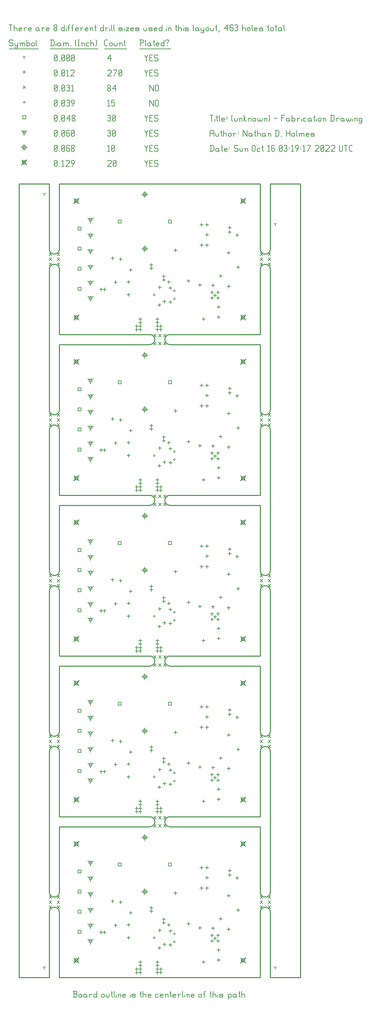
<source format=gbr>
G04 start of page 13 for group -3984 idx -3984 *
G04 Title: (unknown), fab *
G04 Creator: pcb 4.0.2 *
G04 CreationDate: Sun Oct 16 03:19:17 2022 UTC *
G04 For: ndholmes *
G04 Format: Gerber/RS-274X *
G04 PCB-Dimensions (mil): 3000.00 8100.00 *
G04 PCB-Coordinate-Origin: lower left *
%MOIN*%
%FSLAX25Y25*%
%LNFAB*%
%ADD85C,0.0100*%
%ADD84C,0.0075*%
%ADD83C,0.0060*%
%ADD82R,0.0080X0.0080*%
%ADD81C,0.0001*%
G54D81*G36*
X230600Y669966D02*X235966Y664600D01*
X235400Y664034D01*
X230034Y669400D01*
X230600Y669966D01*
G37*
G36*
X230034Y664600D02*X235400Y669966D01*
X235966Y669400D01*
X230600Y664034D01*
X230034Y664600D01*
G37*
G54D82*X231400Y668600D02*X234600D01*
X231400D02*Y665400D01*
X234600D01*
Y668600D02*Y665400D01*
G54D81*G36*
X64600Y785966D02*X69966Y780600D01*
X69400Y780034D01*
X64034Y785400D01*
X64600Y785966D01*
G37*
G36*
X64034Y780600D02*X69400Y785966D01*
X69966Y785400D01*
X64600Y780034D01*
X64034Y780600D01*
G37*
G54D82*X65400Y784600D02*X68600D01*
X65400D02*Y781400D01*
X68600D01*
Y784600D02*Y781400D01*
G54D81*G36*
X64600Y669966D02*X69966Y664600D01*
X69400Y664034D01*
X64034Y669400D01*
X64600Y669966D01*
G37*
G36*
X64034Y664600D02*X69400Y669966D01*
X69966Y669400D01*
X64600Y664034D01*
X64034Y664600D01*
G37*
G54D82*X65400Y668600D02*X68600D01*
X65400D02*Y665400D01*
X68600D01*
Y668600D02*Y665400D01*
G54D81*G36*
X230600Y785966D02*X235966Y780600D01*
X235400Y780034D01*
X230034Y785400D01*
X230600Y785966D01*
G37*
G36*
X230034Y780600D02*X235400Y785966D01*
X235966Y785400D01*
X230600Y780034D01*
X230034Y780600D01*
G37*
G54D82*X231400Y784600D02*X234600D01*
X231400D02*Y781400D01*
X234600D01*
Y784600D02*Y781400D01*
G54D81*G36*
X230600Y509966D02*X235966Y504600D01*
X235400Y504034D01*
X230034Y509400D01*
X230600Y509966D01*
G37*
G36*
X230034Y504600D02*X235400Y509966D01*
X235966Y509400D01*
X230600Y504034D01*
X230034Y504600D01*
G37*
G54D82*X231400Y508600D02*X234600D01*
X231400D02*Y505400D01*
X234600D01*
Y508600D02*Y505400D01*
G54D81*G36*
X64600Y625966D02*X69966Y620600D01*
X69400Y620034D01*
X64034Y625400D01*
X64600Y625966D01*
G37*
G36*
X64034Y620600D02*X69400Y625966D01*
X69966Y625400D01*
X64600Y620034D01*
X64034Y620600D01*
G37*
G54D82*X65400Y624600D02*X68600D01*
X65400D02*Y621400D01*
X68600D01*
Y624600D02*Y621400D01*
G54D81*G36*
X64600Y509966D02*X69966Y504600D01*
X69400Y504034D01*
X64034Y509400D01*
X64600Y509966D01*
G37*
G36*
X64034Y504600D02*X69400Y509966D01*
X69966Y509400D01*
X64600Y504034D01*
X64034Y504600D01*
G37*
G54D82*X65400Y508600D02*X68600D01*
X65400D02*Y505400D01*
X68600D01*
Y508600D02*Y505400D01*
G54D81*G36*
X230600Y625966D02*X235966Y620600D01*
X235400Y620034D01*
X230034Y625400D01*
X230600Y625966D01*
G37*
G36*
X230034Y620600D02*X235400Y625966D01*
X235966Y625400D01*
X230600Y620034D01*
X230034Y620600D01*
G37*
G54D82*X231400Y624600D02*X234600D01*
X231400D02*Y621400D01*
X234600D01*
Y624600D02*Y621400D01*
G54D81*G36*
X230600Y349966D02*X235966Y344600D01*
X235400Y344034D01*
X230034Y349400D01*
X230600Y349966D01*
G37*
G36*
X230034Y344600D02*X235400Y349966D01*
X235966Y349400D01*
X230600Y344034D01*
X230034Y344600D01*
G37*
G54D82*X231400Y348600D02*X234600D01*
X231400D02*Y345400D01*
X234600D01*
Y348600D02*Y345400D01*
G54D81*G36*
X64600Y465966D02*X69966Y460600D01*
X69400Y460034D01*
X64034Y465400D01*
X64600Y465966D01*
G37*
G36*
X64034Y460600D02*X69400Y465966D01*
X69966Y465400D01*
X64600Y460034D01*
X64034Y460600D01*
G37*
G54D82*X65400Y464600D02*X68600D01*
X65400D02*Y461400D01*
X68600D01*
Y464600D02*Y461400D01*
G54D81*G36*
X64600Y349966D02*X69966Y344600D01*
X69400Y344034D01*
X64034Y349400D01*
X64600Y349966D01*
G37*
G36*
X64034Y344600D02*X69400Y349966D01*
X69966Y349400D01*
X64600Y344034D01*
X64034Y344600D01*
G37*
G54D82*X65400Y348600D02*X68600D01*
X65400D02*Y345400D01*
X68600D01*
Y348600D02*Y345400D01*
G54D81*G36*
X230600Y465966D02*X235966Y460600D01*
X235400Y460034D01*
X230034Y465400D01*
X230600Y465966D01*
G37*
G36*
X230034Y460600D02*X235400Y465966D01*
X235966Y465400D01*
X230600Y460034D01*
X230034Y460600D01*
G37*
G54D82*X231400Y464600D02*X234600D01*
X231400D02*Y461400D01*
X234600D01*
Y464600D02*Y461400D01*
G54D81*G36*
X230600Y189966D02*X235966Y184600D01*
X235400Y184034D01*
X230034Y189400D01*
X230600Y189966D01*
G37*
G36*
X230034Y184600D02*X235400Y189966D01*
X235966Y189400D01*
X230600Y184034D01*
X230034Y184600D01*
G37*
G54D82*X231400Y188600D02*X234600D01*
X231400D02*Y185400D01*
X234600D01*
Y188600D02*Y185400D01*
G54D81*G36*
X64600Y305966D02*X69966Y300600D01*
X69400Y300034D01*
X64034Y305400D01*
X64600Y305966D01*
G37*
G36*
X64034Y300600D02*X69400Y305966D01*
X69966Y305400D01*
X64600Y300034D01*
X64034Y300600D01*
G37*
G54D82*X65400Y304600D02*X68600D01*
X65400D02*Y301400D01*
X68600D01*
Y304600D02*Y301400D01*
G54D81*G36*
X64600Y189966D02*X69966Y184600D01*
X69400Y184034D01*
X64034Y189400D01*
X64600Y189966D01*
G37*
G36*
X64034Y184600D02*X69400Y189966D01*
X69966Y189400D01*
X64600Y184034D01*
X64034Y184600D01*
G37*
G54D82*X65400Y188600D02*X68600D01*
X65400D02*Y185400D01*
X68600D01*
Y188600D02*Y185400D01*
G54D81*G36*
X230600Y305966D02*X235966Y300600D01*
X235400Y300034D01*
X230034Y305400D01*
X230600Y305966D01*
G37*
G36*
X230034Y300600D02*X235400Y305966D01*
X235966Y305400D01*
X230600Y300034D01*
X230034Y300600D01*
G37*
G54D82*X231400Y304600D02*X234600D01*
X231400D02*Y301400D01*
X234600D01*
Y304600D02*Y301400D01*
G54D81*G36*
X230600Y29966D02*X235966Y24600D01*
X235400Y24034D01*
X230034Y29400D01*
X230600Y29966D01*
G37*
G36*
X230034Y24600D02*X235400Y29966D01*
X235966Y29400D01*
X230600Y24034D01*
X230034Y24600D01*
G37*
G54D82*X231400Y28600D02*X234600D01*
X231400D02*Y25400D01*
X234600D01*
Y28600D02*Y25400D01*
G54D81*G36*
X64600Y145966D02*X69966Y140600D01*
X69400Y140034D01*
X64034Y145400D01*
X64600Y145966D01*
G37*
G36*
X64034Y140600D02*X69400Y145966D01*
X69966Y145400D01*
X64600Y140034D01*
X64034Y140600D01*
G37*
G54D82*X65400Y144600D02*X68600D01*
X65400D02*Y141400D01*
X68600D01*
Y144600D02*Y141400D01*
G54D81*G36*
X64600Y29966D02*X69966Y24600D01*
X69400Y24034D01*
X64034Y29400D01*
X64600Y29966D01*
G37*
G36*
X64034Y24600D02*X69400Y29966D01*
X69966Y29400D01*
X64600Y24034D01*
X64034Y24600D01*
G37*
G54D82*X65400Y28600D02*X68600D01*
X65400D02*Y25400D01*
X68600D01*
Y28600D02*Y25400D01*
G54D81*G36*
X230600Y145966D02*X235966Y140600D01*
X235400Y140034D01*
X230034Y145400D01*
X230600Y145966D01*
G37*
G36*
X230034Y140600D02*X235400Y145966D01*
X235966Y145400D01*
X230600Y140034D01*
X230034Y140600D01*
G37*
G54D82*X231400Y144600D02*X234600D01*
X231400D02*Y141400D01*
X234600D01*
Y144600D02*Y141400D01*
G54D81*G36*
X12600Y824216D02*X17966Y818850D01*
X17400Y818284D01*
X12034Y823650D01*
X12600Y824216D01*
G37*
G36*
X12034Y818850D02*X17400Y824216D01*
X17966Y823650D01*
X12600Y818284D01*
X12034Y818850D01*
G37*
G54D82*X13400Y822850D02*X16600D01*
X13400D02*Y819650D01*
X16600D01*
Y822850D02*Y819650D01*
G54D83*X135000Y823500D02*X136500Y820500D01*
X138000Y823500D01*
X136500Y820500D02*Y817500D01*
X139800Y820800D02*X142050D01*
X139800Y817500D02*X142800D01*
X139800Y823500D02*Y817500D01*
Y823500D02*X142800D01*
X147600D02*X148350Y822750D01*
X145350Y823500D02*X147600D01*
X144600Y822750D02*X145350Y823500D01*
X144600Y822750D02*Y821250D01*
X145350Y820500D01*
X147600D01*
X148350Y819750D01*
Y818250D01*
X147600Y817500D02*X148350Y818250D01*
X145350Y817500D02*X147600D01*
X144600Y818250D02*X145350Y817500D01*
X98000Y822750D02*X98750Y823500D01*
X101000D01*
X101750Y822750D01*
Y821250D01*
X98000Y817500D02*X101750Y821250D01*
X98000Y817500D02*X101750D01*
X103550Y818250D02*X104300Y817500D01*
X103550Y822750D02*Y818250D01*
Y822750D02*X104300Y823500D01*
X105800D01*
X106550Y822750D01*
Y818250D01*
X105800Y817500D02*X106550Y818250D01*
X104300Y817500D02*X105800D01*
X103550Y819000D02*X106550Y822000D01*
X45000Y818250D02*X45750Y817500D01*
X45000Y822750D02*Y818250D01*
Y822750D02*X45750Y823500D01*
X47250D01*
X48000Y822750D01*
Y818250D01*
X47250Y817500D02*X48000Y818250D01*
X45750Y817500D02*X47250D01*
X45000Y819000D02*X48000Y822000D01*
X49800Y817500D02*X50550D01*
X52350Y822300D02*X53550Y823500D01*
Y817500D01*
X52350D02*X54600D01*
X56400Y822750D02*X57150Y823500D01*
X59400D01*
X60150Y822750D01*
Y821250D01*
X56400Y817500D02*X60150Y821250D01*
X56400Y817500D02*X60150D01*
X62700D02*X64950Y820500D01*
Y822750D02*Y820500D01*
X64200Y823500D02*X64950Y822750D01*
X62700Y823500D02*X64200D01*
X61950Y822750D02*X62700Y823500D01*
X61950Y822750D02*Y821250D01*
X62700Y820500D01*
X64950D01*
X135000Y792700D02*Y786300D01*
X131800Y789500D02*X138200D01*
X133400Y791100D02*X136600D01*
X133400D02*Y787900D01*
X136600D01*
Y791100D02*Y787900D01*
X135000Y738700D02*Y732300D01*
X131800Y735500D02*X138200D01*
X133400Y737100D02*X136600D01*
X133400D02*Y733900D01*
X136600D01*
Y737100D02*Y733900D01*
X135000Y632700D02*Y626300D01*
X131800Y629500D02*X138200D01*
X133400Y631100D02*X136600D01*
X133400D02*Y627900D01*
X136600D01*
Y631100D02*Y627900D01*
X135000Y578700D02*Y572300D01*
X131800Y575500D02*X138200D01*
X133400Y577100D02*X136600D01*
X133400D02*Y573900D01*
X136600D01*
Y577100D02*Y573900D01*
X135000Y472700D02*Y466300D01*
X131800Y469500D02*X138200D01*
X133400Y471100D02*X136600D01*
X133400D02*Y467900D01*
X136600D01*
Y471100D02*Y467900D01*
X135000Y418700D02*Y412300D01*
X131800Y415500D02*X138200D01*
X133400Y417100D02*X136600D01*
X133400D02*Y413900D01*
X136600D01*
Y417100D02*Y413900D01*
X135000Y312700D02*Y306300D01*
X131800Y309500D02*X138200D01*
X133400Y311100D02*X136600D01*
X133400D02*Y307900D01*
X136600D01*
Y311100D02*Y307900D01*
X135000Y258700D02*Y252300D01*
X131800Y255500D02*X138200D01*
X133400Y257100D02*X136600D01*
X133400D02*Y253900D01*
X136600D01*
Y257100D02*Y253900D01*
X135000Y152700D02*Y146300D01*
X131800Y149500D02*X138200D01*
X133400Y151100D02*X136600D01*
X133400D02*Y147900D01*
X136600D01*
Y151100D02*Y147900D01*
X135000Y98700D02*Y92300D01*
X131800Y95500D02*X138200D01*
X133400Y97100D02*X136600D01*
X133400D02*Y93900D01*
X136600D01*
Y97100D02*Y93900D01*
X15000Y839450D02*Y833050D01*
X11800Y836250D02*X18200D01*
X13400Y837850D02*X16600D01*
X13400D02*Y834650D01*
X16600D01*
Y837850D02*Y834650D01*
X135000Y838500D02*X136500Y835500D01*
X138000Y838500D01*
X136500Y835500D02*Y832500D01*
X139800Y835800D02*X142050D01*
X139800Y832500D02*X142800D01*
X139800Y838500D02*Y832500D01*
Y838500D02*X142800D01*
X147600D02*X148350Y837750D01*
X145350Y838500D02*X147600D01*
X144600Y837750D02*X145350Y838500D01*
X144600Y837750D02*Y836250D01*
X145350Y835500D01*
X147600D01*
X148350Y834750D01*
Y833250D01*
X147600Y832500D02*X148350Y833250D01*
X145350Y832500D02*X147600D01*
X144600Y833250D02*X145350Y832500D01*
X98000Y837300D02*X99200Y838500D01*
Y832500D01*
X98000D02*X100250D01*
X102050Y833250D02*X102800Y832500D01*
X102050Y837750D02*Y833250D01*
Y837750D02*X102800Y838500D01*
X104300D01*
X105050Y837750D01*
Y833250D01*
X104300Y832500D02*X105050Y833250D01*
X102800Y832500D02*X104300D01*
X102050Y834000D02*X105050Y837000D01*
X45000Y833250D02*X45750Y832500D01*
X45000Y837750D02*Y833250D01*
Y837750D02*X45750Y838500D01*
X47250D01*
X48000Y837750D01*
Y833250D01*
X47250Y832500D02*X48000Y833250D01*
X45750Y832500D02*X47250D01*
X45000Y834000D02*X48000Y837000D01*
X49800Y832500D02*X50550D01*
X52350Y833250D02*X53100Y832500D01*
X52350Y837750D02*Y833250D01*
Y837750D02*X53100Y838500D01*
X54600D01*
X55350Y837750D01*
Y833250D01*
X54600Y832500D02*X55350Y833250D01*
X53100Y832500D02*X54600D01*
X52350Y834000D02*X55350Y837000D01*
X59400Y838500D02*X60150Y837750D01*
X57900Y838500D02*X59400D01*
X57150Y837750D02*X57900Y838500D01*
X57150Y837750D02*Y833250D01*
X57900Y832500D01*
X59400Y835800D02*X60150Y835050D01*
X57150Y835800D02*X59400D01*
X57900Y832500D02*X59400D01*
X60150Y833250D01*
Y835050D02*Y833250D01*
X61950D02*X62700Y832500D01*
X61950Y834450D02*Y833250D01*
Y834450D02*X63000Y835500D01*
X63900D01*
X64950Y834450D01*
Y833250D01*
X64200Y832500D02*X64950Y833250D01*
X62700Y832500D02*X64200D01*
X61950Y836550D02*X63000Y835500D01*
X61950Y837750D02*Y836550D01*
Y837750D02*X62700Y838500D01*
X64200D01*
X64950Y837750D01*
Y836550D01*
X63900Y835500D02*X64950Y836550D01*
X81000Y764300D02*Y761100D01*
Y764300D02*X83773Y765900D01*
X81000Y764300D02*X78227Y765900D01*
X79400Y764300D02*G75*G03X82600Y764300I1600J0D01*G01*
G75*G03X79400Y764300I-1600J0D01*G01*
X81000Y748700D02*Y745500D01*
Y748700D02*X83773Y750300D01*
X81000Y748700D02*X78227Y750300D01*
X79400Y748700D02*G75*G03X82600Y748700I1600J0D01*G01*
G75*G03X79400Y748700I-1600J0D01*G01*
X81000Y733100D02*Y729900D01*
Y733100D02*X83773Y734700D01*
X81000Y733100D02*X78227Y734700D01*
X79400Y733100D02*G75*G03X82600Y733100I1600J0D01*G01*
G75*G03X79400Y733100I-1600J0D01*G01*
X81000Y717500D02*Y714300D01*
Y717500D02*X83773Y719100D01*
X81000Y717500D02*X78227Y719100D01*
X79400Y717500D02*G75*G03X82600Y717500I1600J0D01*G01*
G75*G03X79400Y717500I-1600J0D01*G01*
X81000Y701900D02*Y698700D01*
Y701900D02*X83773Y703500D01*
X81000Y701900D02*X78227Y703500D01*
X79400Y701900D02*G75*G03X82600Y701900I1600J0D01*G01*
G75*G03X79400Y701900I-1600J0D01*G01*
X81000Y686300D02*Y683100D01*
Y686300D02*X83773Y687900D01*
X81000Y686300D02*X78227Y687900D01*
X79400Y686300D02*G75*G03X82600Y686300I1600J0D01*G01*
G75*G03X79400Y686300I-1600J0D01*G01*
X81000Y604300D02*Y601100D01*
Y604300D02*X83773Y605900D01*
X81000Y604300D02*X78227Y605900D01*
X79400Y604300D02*G75*G03X82600Y604300I1600J0D01*G01*
G75*G03X79400Y604300I-1600J0D01*G01*
X81000Y588700D02*Y585500D01*
Y588700D02*X83773Y590300D01*
X81000Y588700D02*X78227Y590300D01*
X79400Y588700D02*G75*G03X82600Y588700I1600J0D01*G01*
G75*G03X79400Y588700I-1600J0D01*G01*
X81000Y573100D02*Y569900D01*
Y573100D02*X83773Y574700D01*
X81000Y573100D02*X78227Y574700D01*
X79400Y573100D02*G75*G03X82600Y573100I1600J0D01*G01*
G75*G03X79400Y573100I-1600J0D01*G01*
X81000Y557500D02*Y554300D01*
Y557500D02*X83773Y559100D01*
X81000Y557500D02*X78227Y559100D01*
X79400Y557500D02*G75*G03X82600Y557500I1600J0D01*G01*
G75*G03X79400Y557500I-1600J0D01*G01*
X81000Y541900D02*Y538700D01*
Y541900D02*X83773Y543500D01*
X81000Y541900D02*X78227Y543500D01*
X79400Y541900D02*G75*G03X82600Y541900I1600J0D01*G01*
G75*G03X79400Y541900I-1600J0D01*G01*
X81000Y526300D02*Y523100D01*
Y526300D02*X83773Y527900D01*
X81000Y526300D02*X78227Y527900D01*
X79400Y526300D02*G75*G03X82600Y526300I1600J0D01*G01*
G75*G03X79400Y526300I-1600J0D01*G01*
X81000Y444300D02*Y441100D01*
Y444300D02*X83773Y445900D01*
X81000Y444300D02*X78227Y445900D01*
X79400Y444300D02*G75*G03X82600Y444300I1600J0D01*G01*
G75*G03X79400Y444300I-1600J0D01*G01*
X81000Y428700D02*Y425500D01*
Y428700D02*X83773Y430300D01*
X81000Y428700D02*X78227Y430300D01*
X79400Y428700D02*G75*G03X82600Y428700I1600J0D01*G01*
G75*G03X79400Y428700I-1600J0D01*G01*
X81000Y413100D02*Y409900D01*
Y413100D02*X83773Y414700D01*
X81000Y413100D02*X78227Y414700D01*
X79400Y413100D02*G75*G03X82600Y413100I1600J0D01*G01*
G75*G03X79400Y413100I-1600J0D01*G01*
X81000Y397500D02*Y394300D01*
Y397500D02*X83773Y399100D01*
X81000Y397500D02*X78227Y399100D01*
X79400Y397500D02*G75*G03X82600Y397500I1600J0D01*G01*
G75*G03X79400Y397500I-1600J0D01*G01*
X81000Y381900D02*Y378700D01*
Y381900D02*X83773Y383500D01*
X81000Y381900D02*X78227Y383500D01*
X79400Y381900D02*G75*G03X82600Y381900I1600J0D01*G01*
G75*G03X79400Y381900I-1600J0D01*G01*
X81000Y366300D02*Y363100D01*
Y366300D02*X83773Y367900D01*
X81000Y366300D02*X78227Y367900D01*
X79400Y366300D02*G75*G03X82600Y366300I1600J0D01*G01*
G75*G03X79400Y366300I-1600J0D01*G01*
X81000Y284300D02*Y281100D01*
Y284300D02*X83773Y285900D01*
X81000Y284300D02*X78227Y285900D01*
X79400Y284300D02*G75*G03X82600Y284300I1600J0D01*G01*
G75*G03X79400Y284300I-1600J0D01*G01*
X81000Y268700D02*Y265500D01*
Y268700D02*X83773Y270300D01*
X81000Y268700D02*X78227Y270300D01*
X79400Y268700D02*G75*G03X82600Y268700I1600J0D01*G01*
G75*G03X79400Y268700I-1600J0D01*G01*
X81000Y253100D02*Y249900D01*
Y253100D02*X83773Y254700D01*
X81000Y253100D02*X78227Y254700D01*
X79400Y253100D02*G75*G03X82600Y253100I1600J0D01*G01*
G75*G03X79400Y253100I-1600J0D01*G01*
X81000Y237500D02*Y234300D01*
Y237500D02*X83773Y239100D01*
X81000Y237500D02*X78227Y239100D01*
X79400Y237500D02*G75*G03X82600Y237500I1600J0D01*G01*
G75*G03X79400Y237500I-1600J0D01*G01*
X81000Y221900D02*Y218700D01*
Y221900D02*X83773Y223500D01*
X81000Y221900D02*X78227Y223500D01*
X79400Y221900D02*G75*G03X82600Y221900I1600J0D01*G01*
G75*G03X79400Y221900I-1600J0D01*G01*
X81000Y206300D02*Y203100D01*
Y206300D02*X83773Y207900D01*
X81000Y206300D02*X78227Y207900D01*
X79400Y206300D02*G75*G03X82600Y206300I1600J0D01*G01*
G75*G03X79400Y206300I-1600J0D01*G01*
X81000Y124300D02*Y121100D01*
Y124300D02*X83773Y125900D01*
X81000Y124300D02*X78227Y125900D01*
X79400Y124300D02*G75*G03X82600Y124300I1600J0D01*G01*
G75*G03X79400Y124300I-1600J0D01*G01*
X81000Y108700D02*Y105500D01*
Y108700D02*X83773Y110300D01*
X81000Y108700D02*X78227Y110300D01*
X79400Y108700D02*G75*G03X82600Y108700I1600J0D01*G01*
G75*G03X79400Y108700I-1600J0D01*G01*
X81000Y93100D02*Y89900D01*
Y93100D02*X83773Y94700D01*
X81000Y93100D02*X78227Y94700D01*
X79400Y93100D02*G75*G03X82600Y93100I1600J0D01*G01*
G75*G03X79400Y93100I-1600J0D01*G01*
X81000Y77500D02*Y74300D01*
Y77500D02*X83773Y79100D01*
X81000Y77500D02*X78227Y79100D01*
X79400Y77500D02*G75*G03X82600Y77500I1600J0D01*G01*
G75*G03X79400Y77500I-1600J0D01*G01*
X81000Y61900D02*Y58700D01*
Y61900D02*X83773Y63500D01*
X81000Y61900D02*X78227Y63500D01*
X79400Y61900D02*G75*G03X82600Y61900I1600J0D01*G01*
G75*G03X79400Y61900I-1600J0D01*G01*
X81000Y46300D02*Y43100D01*
Y46300D02*X83773Y47900D01*
X81000Y46300D02*X78227Y47900D01*
X79400Y46300D02*G75*G03X82600Y46300I1600J0D01*G01*
G75*G03X79400Y46300I-1600J0D01*G01*
X15000Y851250D02*Y848050D01*
Y851250D02*X17773Y852850D01*
X15000Y851250D02*X12227Y852850D01*
X13400Y851250D02*G75*G03X16600Y851250I1600J0D01*G01*
G75*G03X13400Y851250I-1600J0D01*G01*
X135000Y853500D02*X136500Y850500D01*
X138000Y853500D01*
X136500Y850500D02*Y847500D01*
X139800Y850800D02*X142050D01*
X139800Y847500D02*X142800D01*
X139800Y853500D02*Y847500D01*
Y853500D02*X142800D01*
X147600D02*X148350Y852750D01*
X145350Y853500D02*X147600D01*
X144600Y852750D02*X145350Y853500D01*
X144600Y852750D02*Y851250D01*
X145350Y850500D01*
X147600D01*
X148350Y849750D01*
Y848250D01*
X147600Y847500D02*X148350Y848250D01*
X145350Y847500D02*X147600D01*
X144600Y848250D02*X145350Y847500D01*
X98000Y852750D02*X98750Y853500D01*
X100250D01*
X101000Y852750D01*
X100250Y847500D02*X101000Y848250D01*
X98750Y847500D02*X100250D01*
X98000Y848250D02*X98750Y847500D01*
Y850800D02*X100250D01*
X101000Y852750D02*Y851550D01*
Y850050D02*Y848250D01*
Y850050D02*X100250Y850800D01*
X101000Y851550D02*X100250Y850800D01*
X102800Y848250D02*X103550Y847500D01*
X102800Y852750D02*Y848250D01*
Y852750D02*X103550Y853500D01*
X105050D01*
X105800Y852750D01*
Y848250D01*
X105050Y847500D02*X105800Y848250D01*
X103550Y847500D02*X105050D01*
X102800Y849000D02*X105800Y852000D01*
X45000Y848250D02*X45750Y847500D01*
X45000Y852750D02*Y848250D01*
Y852750D02*X45750Y853500D01*
X47250D01*
X48000Y852750D01*
Y848250D01*
X47250Y847500D02*X48000Y848250D01*
X45750Y847500D02*X47250D01*
X45000Y849000D02*X48000Y852000D01*
X49800Y847500D02*X50550D01*
X52350Y848250D02*X53100Y847500D01*
X52350Y852750D02*Y848250D01*
Y852750D02*X53100Y853500D01*
X54600D01*
X55350Y852750D01*
Y848250D01*
X54600Y847500D02*X55350Y848250D01*
X53100Y847500D02*X54600D01*
X52350Y849000D02*X55350Y852000D01*
X59400Y853500D02*X60150Y852750D01*
X57900Y853500D02*X59400D01*
X57150Y852750D02*X57900Y853500D01*
X57150Y852750D02*Y848250D01*
X57900Y847500D01*
X59400Y850800D02*X60150Y850050D01*
X57150Y850800D02*X59400D01*
X57900Y847500D02*X59400D01*
X60150Y848250D01*
Y850050D02*Y848250D01*
X61950D02*X62700Y847500D01*
X61950Y852750D02*Y848250D01*
Y852750D02*X62700Y853500D01*
X64200D01*
X64950Y852750D01*
Y848250D01*
X64200Y847500D02*X64950Y848250D01*
X62700Y847500D02*X64200D01*
X61950Y849000D02*X64950Y852000D01*
X68400Y717100D02*X71600D01*
X68400D02*Y713900D01*
X71600D01*
Y717100D02*Y713900D01*
X68400Y697100D02*X71600D01*
X68400D02*Y693900D01*
X71600D01*
Y697100D02*Y693900D01*
X158400Y764100D02*X161600D01*
X158400D02*Y760900D01*
X161600D01*
Y764100D02*Y760900D01*
X108400Y764100D02*X111600D01*
X108400D02*Y760900D01*
X111600D01*
Y764100D02*Y760900D01*
X68400Y757100D02*X71600D01*
X68400D02*Y753900D01*
X71600D01*
Y757100D02*Y753900D01*
X68400Y737100D02*X71600D01*
X68400D02*Y733900D01*
X71600D01*
Y737100D02*Y733900D01*
X68400Y557100D02*X71600D01*
X68400D02*Y553900D01*
X71600D01*
Y557100D02*Y553900D01*
X68400Y537100D02*X71600D01*
X68400D02*Y533900D01*
X71600D01*
Y537100D02*Y533900D01*
X158400Y604100D02*X161600D01*
X158400D02*Y600900D01*
X161600D01*
Y604100D02*Y600900D01*
X108400Y604100D02*X111600D01*
X108400D02*Y600900D01*
X111600D01*
Y604100D02*Y600900D01*
X68400Y597100D02*X71600D01*
X68400D02*Y593900D01*
X71600D01*
Y597100D02*Y593900D01*
X68400Y577100D02*X71600D01*
X68400D02*Y573900D01*
X71600D01*
Y577100D02*Y573900D01*
X68400Y397100D02*X71600D01*
X68400D02*Y393900D01*
X71600D01*
Y397100D02*Y393900D01*
X68400Y377100D02*X71600D01*
X68400D02*Y373900D01*
X71600D01*
Y377100D02*Y373900D01*
X158400Y444100D02*X161600D01*
X158400D02*Y440900D01*
X161600D01*
Y444100D02*Y440900D01*
X108400Y444100D02*X111600D01*
X108400D02*Y440900D01*
X111600D01*
Y444100D02*Y440900D01*
X68400Y437100D02*X71600D01*
X68400D02*Y433900D01*
X71600D01*
Y437100D02*Y433900D01*
X68400Y417100D02*X71600D01*
X68400D02*Y413900D01*
X71600D01*
Y417100D02*Y413900D01*
X68400Y237100D02*X71600D01*
X68400D02*Y233900D01*
X71600D01*
Y237100D02*Y233900D01*
X68400Y217100D02*X71600D01*
X68400D02*Y213900D01*
X71600D01*
Y217100D02*Y213900D01*
X158400Y284100D02*X161600D01*
X158400D02*Y280900D01*
X161600D01*
Y284100D02*Y280900D01*
X108400Y284100D02*X111600D01*
X108400D02*Y280900D01*
X111600D01*
Y284100D02*Y280900D01*
X68400Y277100D02*X71600D01*
X68400D02*Y273900D01*
X71600D01*
Y277100D02*Y273900D01*
X68400Y257100D02*X71600D01*
X68400D02*Y253900D01*
X71600D01*
Y257100D02*Y253900D01*
X68400Y77100D02*X71600D01*
X68400D02*Y73900D01*
X71600D01*
Y77100D02*Y73900D01*
X68400Y57100D02*X71600D01*
X68400D02*Y53900D01*
X71600D01*
Y57100D02*Y53900D01*
X158400Y124100D02*X161600D01*
X158400D02*Y120900D01*
X161600D01*
Y124100D02*Y120900D01*
X108400Y124100D02*X111600D01*
X108400D02*Y120900D01*
X111600D01*
Y124100D02*Y120900D01*
X68400Y117100D02*X71600D01*
X68400D02*Y113900D01*
X71600D01*
Y117100D02*Y113900D01*
X68400Y97100D02*X71600D01*
X68400D02*Y93900D01*
X71600D01*
Y97100D02*Y93900D01*
X13400Y867850D02*X16600D01*
X13400D02*Y864650D01*
X16600D01*
Y867850D02*Y864650D01*
X135000Y868500D02*X136500Y865500D01*
X138000Y868500D01*
X136500Y865500D02*Y862500D01*
X139800Y865800D02*X142050D01*
X139800Y862500D02*X142800D01*
X139800Y868500D02*Y862500D01*
Y868500D02*X142800D01*
X147600D02*X148350Y867750D01*
X145350Y868500D02*X147600D01*
X144600Y867750D02*X145350Y868500D01*
X144600Y867750D02*Y866250D01*
X145350Y865500D01*
X147600D01*
X148350Y864750D01*
Y863250D01*
X147600Y862500D02*X148350Y863250D01*
X145350Y862500D02*X147600D01*
X144600Y863250D02*X145350Y862500D01*
X98000Y867750D02*X98750Y868500D01*
X100250D01*
X101000Y867750D01*
X100250Y862500D02*X101000Y863250D01*
X98750Y862500D02*X100250D01*
X98000Y863250D02*X98750Y862500D01*
Y865800D02*X100250D01*
X101000Y867750D02*Y866550D01*
Y865050D02*Y863250D01*
Y865050D02*X100250Y865800D01*
X101000Y866550D02*X100250Y865800D01*
X102800Y863250D02*X103550Y862500D01*
X102800Y867750D02*Y863250D01*
Y867750D02*X103550Y868500D01*
X105050D01*
X105800Y867750D01*
Y863250D01*
X105050Y862500D02*X105800Y863250D01*
X103550Y862500D02*X105050D01*
X102800Y864000D02*X105800Y867000D01*
X45000Y863250D02*X45750Y862500D01*
X45000Y867750D02*Y863250D01*
Y867750D02*X45750Y868500D01*
X47250D01*
X48000Y867750D01*
Y863250D01*
X47250Y862500D02*X48000Y863250D01*
X45750Y862500D02*X47250D01*
X45000Y864000D02*X48000Y867000D01*
X49800Y862500D02*X50550D01*
X52350Y863250D02*X53100Y862500D01*
X52350Y867750D02*Y863250D01*
Y867750D02*X53100Y868500D01*
X54600D01*
X55350Y867750D01*
Y863250D01*
X54600Y862500D02*X55350Y863250D01*
X53100Y862500D02*X54600D01*
X52350Y864000D02*X55350Y867000D01*
X57150Y864750D02*X60150Y868500D01*
X57150Y864750D02*X60900D01*
X60150Y868500D02*Y862500D01*
X62700Y863250D02*X63450Y862500D01*
X62700Y864450D02*Y863250D01*
Y864450D02*X63750Y865500D01*
X64650D01*
X65700Y864450D01*
Y863250D01*
X64950Y862500D02*X65700Y863250D01*
X63450Y862500D02*X64950D01*
X62700Y866550D02*X63750Y865500D01*
X62700Y867750D02*Y866550D01*
Y867750D02*X63450Y868500D01*
X64950D01*
X65700Y867750D01*
Y866550D01*
X64650Y865500D02*X65700Y866550D01*
X143700Y689500D02*G75*G03X145300Y689500I800J0D01*G01*
G75*G03X143700Y689500I-800J0D01*G01*
X163700Y693500D02*G75*G03X165300Y693500I800J0D01*G01*
G75*G03X163700Y693500I-800J0D01*G01*
Y685500D02*G75*G03X165300Y685500I800J0D01*G01*
G75*G03X163700Y685500I-800J0D01*G01*
X143700Y529500D02*G75*G03X145300Y529500I800J0D01*G01*
G75*G03X143700Y529500I-800J0D01*G01*
X163700Y533500D02*G75*G03X165300Y533500I800J0D01*G01*
G75*G03X163700Y533500I-800J0D01*G01*
Y525500D02*G75*G03X165300Y525500I800J0D01*G01*
G75*G03X163700Y525500I-800J0D01*G01*
X143700Y369500D02*G75*G03X145300Y369500I800J0D01*G01*
G75*G03X143700Y369500I-800J0D01*G01*
X163700Y373500D02*G75*G03X165300Y373500I800J0D01*G01*
G75*G03X163700Y373500I-800J0D01*G01*
Y365500D02*G75*G03X165300Y365500I800J0D01*G01*
G75*G03X163700Y365500I-800J0D01*G01*
X143700Y209500D02*G75*G03X145300Y209500I800J0D01*G01*
G75*G03X143700Y209500I-800J0D01*G01*
X163700Y213500D02*G75*G03X165300Y213500I800J0D01*G01*
G75*G03X163700Y213500I-800J0D01*G01*
Y205500D02*G75*G03X165300Y205500I800J0D01*G01*
G75*G03X163700Y205500I-800J0D01*G01*
X143700Y49500D02*G75*G03X145300Y49500I800J0D01*G01*
G75*G03X143700Y49500I-800J0D01*G01*
X163700Y53500D02*G75*G03X165300Y53500I800J0D01*G01*
G75*G03X163700Y53500I-800J0D01*G01*
Y45500D02*G75*G03X165300Y45500I800J0D01*G01*
G75*G03X163700Y45500I-800J0D01*G01*
X14200Y881250D02*G75*G03X15800Y881250I800J0D01*G01*
G75*G03X14200Y881250I-800J0D01*G01*
X140000Y883500D02*Y877500D01*
Y883500D02*X143750Y877500D01*
Y883500D02*Y877500D01*
X145550Y882750D02*Y878250D01*
Y882750D02*X146300Y883500D01*
X147800D01*
X148550Y882750D01*
Y878250D01*
X147800Y877500D02*X148550Y878250D01*
X146300Y877500D02*X147800D01*
X145550Y878250D02*X146300Y877500D01*
X98000Y882300D02*X99200Y883500D01*
Y877500D01*
X98000D02*X100250D01*
X102050Y883500D02*X105050D01*
X102050D02*Y880500D01*
X102800Y881250D01*
X104300D01*
X105050Y880500D01*
Y878250D01*
X104300Y877500D02*X105050Y878250D01*
X102800Y877500D02*X104300D01*
X102050Y878250D02*X102800Y877500D01*
X45000Y878250D02*X45750Y877500D01*
X45000Y882750D02*Y878250D01*
Y882750D02*X45750Y883500D01*
X47250D01*
X48000Y882750D01*
Y878250D01*
X47250Y877500D02*X48000Y878250D01*
X45750Y877500D02*X47250D01*
X45000Y879000D02*X48000Y882000D01*
X49800Y877500D02*X50550D01*
X52350Y878250D02*X53100Y877500D01*
X52350Y882750D02*Y878250D01*
Y882750D02*X53100Y883500D01*
X54600D01*
X55350Y882750D01*
Y878250D01*
X54600Y877500D02*X55350Y878250D01*
X53100Y877500D02*X54600D01*
X52350Y879000D02*X55350Y882000D01*
X57150Y882750D02*X57900Y883500D01*
X59400D01*
X60150Y882750D01*
X59400Y877500D02*X60150Y878250D01*
X57900Y877500D02*X59400D01*
X57150Y878250D02*X57900Y877500D01*
Y880800D02*X59400D01*
X60150Y882750D02*Y881550D01*
Y880050D02*Y878250D01*
Y880050D02*X59400Y880800D01*
X60150Y881550D02*X59400Y880800D01*
X62700Y877500D02*X64950Y880500D01*
Y882750D02*Y880500D01*
X64200Y883500D02*X64950Y882750D01*
X62700Y883500D02*X64200D01*
X61950Y882750D02*X62700Y883500D01*
X61950Y882750D02*Y881250D01*
X62700Y880500D01*
X64950D01*
X257800Y721200D02*X260200Y718800D01*
X257800D02*X260200Y721200D01*
X257800Y726200D02*X260200Y723800D01*
X257800D02*X260200Y726200D01*
X257800Y731200D02*X260200Y728800D01*
X257800D02*X260200Y731200D01*
X249800Y726200D02*X252200Y723800D01*
X249800D02*X252200Y726200D01*
X249800Y721200D02*X252200Y718800D01*
X249800D02*X252200Y721200D01*
X249800Y731200D02*X252200Y728800D01*
X249800D02*X252200Y731200D01*
X257800Y561200D02*X260200Y558800D01*
X257800D02*X260200Y561200D01*
X257800Y566200D02*X260200Y563800D01*
X257800D02*X260200Y566200D01*
X257800Y571200D02*X260200Y568800D01*
X257800D02*X260200Y571200D01*
X249800Y566200D02*X252200Y563800D01*
X249800D02*X252200Y566200D01*
X249800Y561200D02*X252200Y558800D01*
X249800D02*X252200Y561200D01*
X249800Y571200D02*X252200Y568800D01*
X249800D02*X252200Y571200D01*
X39800Y561200D02*X42200Y558800D01*
X39800D02*X42200Y561200D01*
X39800Y566200D02*X42200Y563800D01*
X39800D02*X42200Y566200D01*
X39800Y571200D02*X42200Y568800D01*
X39800D02*X42200Y571200D01*
X47800Y566200D02*X50200Y563800D01*
X47800D02*X50200Y566200D01*
X47800Y561200D02*X50200Y558800D01*
X47800D02*X50200Y561200D01*
X47800Y571200D02*X50200Y568800D01*
X47800D02*X50200Y571200D01*
X257800Y401200D02*X260200Y398800D01*
X257800D02*X260200Y401200D01*
X257800Y406200D02*X260200Y403800D01*
X257800D02*X260200Y406200D01*
X257800Y411200D02*X260200Y408800D01*
X257800D02*X260200Y411200D01*
X249800Y406200D02*X252200Y403800D01*
X249800D02*X252200Y406200D01*
X249800Y401200D02*X252200Y398800D01*
X249800D02*X252200Y401200D01*
X249800Y411200D02*X252200Y408800D01*
X249800D02*X252200Y411200D01*
X39800Y401200D02*X42200Y398800D01*
X39800D02*X42200Y401200D01*
X39800Y406200D02*X42200Y403800D01*
X39800D02*X42200Y406200D01*
X39800Y411200D02*X42200Y408800D01*
X39800D02*X42200Y411200D01*
X47800Y406200D02*X50200Y403800D01*
X47800D02*X50200Y406200D01*
X47800Y401200D02*X50200Y398800D01*
X47800D02*X50200Y401200D01*
X47800Y411200D02*X50200Y408800D01*
X47800D02*X50200Y411200D01*
X257800Y241200D02*X260200Y238800D01*
X257800D02*X260200Y241200D01*
X257800Y246200D02*X260200Y243800D01*
X257800D02*X260200Y246200D01*
X257800Y251200D02*X260200Y248800D01*
X257800D02*X260200Y251200D01*
X249800Y246200D02*X252200Y243800D01*
X249800D02*X252200Y246200D01*
X249800Y241200D02*X252200Y238800D01*
X249800D02*X252200Y241200D01*
X249800Y251200D02*X252200Y248800D01*
X249800D02*X252200Y251200D01*
X39800Y241200D02*X42200Y238800D01*
X39800D02*X42200Y241200D01*
X39800Y246200D02*X42200Y243800D01*
X39800D02*X42200Y246200D01*
X39800Y251200D02*X42200Y248800D01*
X39800D02*X42200Y251200D01*
X47800Y246200D02*X50200Y243800D01*
X47800D02*X50200Y246200D01*
X47800Y241200D02*X50200Y238800D01*
X47800D02*X50200Y241200D01*
X47800Y251200D02*X50200Y248800D01*
X47800D02*X50200Y251200D01*
X257800Y81200D02*X260200Y78800D01*
X257800D02*X260200Y81200D01*
X257800Y86200D02*X260200Y83800D01*
X257800D02*X260200Y86200D01*
X257800Y91200D02*X260200Y88800D01*
X257800D02*X260200Y91200D01*
X249800Y86200D02*X252200Y83800D01*
X249800D02*X252200Y86200D01*
X249800Y81200D02*X252200Y78800D01*
X249800D02*X252200Y81200D01*
X249800Y91200D02*X252200Y88800D01*
X249800D02*X252200Y91200D01*
X39800Y81200D02*X42200Y78800D01*
X39800D02*X42200Y81200D01*
X39800Y86200D02*X42200Y83800D01*
X39800D02*X42200Y86200D01*
X39800Y91200D02*X42200Y88800D01*
X39800D02*X42200Y91200D01*
X47800Y86200D02*X50200Y83800D01*
X47800D02*X50200Y86200D01*
X47800Y81200D02*X50200Y78800D01*
X47800D02*X50200Y81200D01*
X47800Y91200D02*X50200Y88800D01*
X47800D02*X50200Y91200D01*
X148800Y650200D02*X151200Y647800D01*
X148800D02*X151200Y650200D01*
X153800D02*X156200Y647800D01*
X153800D02*X156200Y650200D01*
X143800D02*X146200Y647800D01*
X143800D02*X146200Y650200D01*
X143800Y642200D02*X146200Y639800D01*
X143800D02*X146200Y642200D01*
X148800D02*X151200Y639800D01*
X148800D02*X151200Y642200D01*
X153800D02*X156200Y639800D01*
X153800D02*X156200Y642200D01*
X148800Y490200D02*X151200Y487800D01*
X148800D02*X151200Y490200D01*
X153800D02*X156200Y487800D01*
X153800D02*X156200Y490200D01*
X143800D02*X146200Y487800D01*
X143800D02*X146200Y490200D01*
X143800Y482200D02*X146200Y479800D01*
X143800D02*X146200Y482200D01*
X148800D02*X151200Y479800D01*
X148800D02*X151200Y482200D01*
X153800D02*X156200Y479800D01*
X153800D02*X156200Y482200D01*
X148800Y330200D02*X151200Y327800D01*
X148800D02*X151200Y330200D01*
X153800D02*X156200Y327800D01*
X153800D02*X156200Y330200D01*
X143800D02*X146200Y327800D01*
X143800D02*X146200Y330200D01*
X143800Y322200D02*X146200Y319800D01*
X143800D02*X146200Y322200D01*
X148800D02*X151200Y319800D01*
X148800D02*X151200Y322200D01*
X153800D02*X156200Y319800D01*
X153800D02*X156200Y322200D01*
X148800Y170200D02*X151200Y167800D01*
X148800D02*X151200Y170200D01*
X153800D02*X156200Y167800D01*
X153800D02*X156200Y170200D01*
X143800D02*X146200Y167800D01*
X143800D02*X146200Y170200D01*
X143800Y162200D02*X146200Y159800D01*
X143800D02*X146200Y162200D01*
X148800D02*X151200Y159800D01*
X148800D02*X151200Y162200D01*
X153800D02*X156200Y159800D01*
X153800D02*X156200Y162200D01*
X47800Y721200D02*X50200Y718800D01*
X47800D02*X50200Y721200D01*
X47800Y726200D02*X50200Y723800D01*
X47800D02*X50200Y726200D01*
X47800Y731200D02*X50200Y728800D01*
X47800D02*X50200Y731200D01*
X39800Y726200D02*X42200Y723800D01*
X39800D02*X42200Y726200D01*
X39800Y721200D02*X42200Y718800D01*
X39800D02*X42200Y721200D01*
X39800Y731200D02*X42200Y728800D01*
X39800D02*X42200Y731200D01*
X13800Y897450D02*X16200Y895050D01*
X13800D02*X16200Y897450D01*
X140000Y898500D02*Y892500D01*
Y898500D02*X143750Y892500D01*
Y898500D02*Y892500D01*
X145550Y897750D02*Y893250D01*
Y897750D02*X146300Y898500D01*
X147800D01*
X148550Y897750D01*
Y893250D01*
X147800Y892500D02*X148550Y893250D01*
X146300Y892500D02*X147800D01*
X145550Y893250D02*X146300Y892500D01*
X98000Y893250D02*X98750Y892500D01*
X98000Y894450D02*Y893250D01*
Y894450D02*X99050Y895500D01*
X99950D01*
X101000Y894450D01*
Y893250D01*
X100250Y892500D02*X101000Y893250D01*
X98750Y892500D02*X100250D01*
X98000Y896550D02*X99050Y895500D01*
X98000Y897750D02*Y896550D01*
Y897750D02*X98750Y898500D01*
X100250D01*
X101000Y897750D01*
Y896550D01*
X99950Y895500D02*X101000Y896550D01*
X102800Y894750D02*X105800Y898500D01*
X102800Y894750D02*X106550D01*
X105800Y898500D02*Y892500D01*
X45000Y893250D02*X45750Y892500D01*
X45000Y897750D02*Y893250D01*
Y897750D02*X45750Y898500D01*
X47250D01*
X48000Y897750D01*
Y893250D01*
X47250Y892500D02*X48000Y893250D01*
X45750Y892500D02*X47250D01*
X45000Y894000D02*X48000Y897000D01*
X49800Y892500D02*X50550D01*
X52350Y893250D02*X53100Y892500D01*
X52350Y897750D02*Y893250D01*
Y897750D02*X53100Y898500D01*
X54600D01*
X55350Y897750D01*
Y893250D01*
X54600Y892500D02*X55350Y893250D01*
X53100Y892500D02*X54600D01*
X52350Y894000D02*X55350Y897000D01*
X57150Y897750D02*X57900Y898500D01*
X59400D01*
X60150Y897750D01*
X59400Y892500D02*X60150Y893250D01*
X57900Y892500D02*X59400D01*
X57150Y893250D02*X57900Y892500D01*
Y895800D02*X59400D01*
X60150Y897750D02*Y896550D01*
Y895050D02*Y893250D01*
Y895050D02*X59400Y895800D01*
X60150Y896550D02*X59400Y895800D01*
X61950Y897300D02*X63150Y898500D01*
Y892500D01*
X61950D02*X64200D01*
X205000Y690600D02*Y687400D01*
X203400Y689000D02*X206600D01*
X154000Y706100D02*Y702900D01*
X152400Y704500D02*X155600D01*
X154000Y709600D02*Y706400D01*
X152400Y708000D02*X155600D01*
X218500Y733100D02*Y729900D01*
X216900Y731500D02*X220100D01*
X160500Y684100D02*Y680900D01*
X158900Y682500D02*X162100D01*
X208000Y688100D02*Y684900D01*
X206400Y686500D02*X209600D01*
X202000Y688100D02*Y684900D01*
X200400Y686500D02*X203600D01*
X203000Y700600D02*Y697400D01*
X201400Y699000D02*X204600D01*
X208500Y679100D02*Y675900D01*
X206900Y677500D02*X210100D01*
X202000Y693600D02*Y690400D01*
X200400Y692000D02*X203600D01*
X160500Y698100D02*Y694900D01*
X158900Y696500D02*X162100D01*
X149500Y681100D02*Y677900D01*
X147900Y679500D02*X151100D01*
X159000Y704100D02*Y700900D01*
X157400Y702500D02*X160600D01*
X151000Y660100D02*Y656900D01*
X149400Y658500D02*X152600D01*
X151000Y656600D02*Y653400D01*
X149400Y655000D02*X152600D01*
X127000Y660100D02*Y656900D01*
X125400Y658500D02*X128600D01*
X127000Y656600D02*Y653400D01*
X125400Y655000D02*X128600D01*
X208000Y693600D02*Y690400D01*
X206400Y692000D02*X209600D01*
X154500Y684600D02*Y681400D01*
X152900Y683000D02*X156100D01*
X150000Y698600D02*Y695400D01*
X148400Y697000D02*X151600D01*
X141500Y717600D02*Y714400D01*
X139900Y716000D02*X143100D01*
X141500Y721100D02*Y717900D01*
X139900Y719500D02*X143100D01*
X147500Y667100D02*Y663900D01*
X145900Y665500D02*X149100D01*
X147500Y663600D02*Y660400D01*
X145900Y662000D02*X149100D01*
X147500Y660100D02*Y656900D01*
X145900Y658500D02*X149100D01*
X147500Y656600D02*Y653400D01*
X145900Y655000D02*X149100D01*
X130500Y667100D02*Y663900D01*
X128900Y665500D02*X132100D01*
X130500Y663600D02*Y660400D01*
X128900Y662000D02*X132100D01*
X130500Y660100D02*Y656900D01*
X128900Y658500D02*X132100D01*
X130500Y656600D02*Y653400D01*
X128900Y655000D02*X132100D01*
X191500Y761100D02*Y757900D01*
X189900Y759500D02*X193100D01*
X197000Y761100D02*Y757900D01*
X195400Y759500D02*X198600D01*
X197000Y740600D02*Y737400D01*
X195400Y739000D02*X198600D01*
X197000Y751100D02*Y747900D01*
X195400Y749500D02*X198600D01*
X191500Y740600D02*Y737400D01*
X189900Y739000D02*X193100D01*
X227000Y750600D02*Y747400D01*
X225400Y749000D02*X228600D01*
X165500Y735600D02*Y732400D01*
X163900Y734000D02*X167100D01*
X178500Y705100D02*Y701900D01*
X176900Y703500D02*X180100D01*
X193500Y667100D02*Y663900D01*
X191900Y665500D02*X195100D01*
X228000Y718600D02*Y715400D01*
X226400Y717000D02*X229600D01*
X210500Y710100D02*Y706900D01*
X208900Y708500D02*X212100D01*
X190000Y701100D02*Y697900D01*
X188400Y699500D02*X191600D01*
X208500Y669100D02*Y665900D01*
X206900Y667500D02*X210100D01*
X219500Y758100D02*Y754900D01*
X217900Y756500D02*X221100D01*
X219500Y753600D02*Y750400D01*
X217900Y752000D02*X221100D01*
X218500Y699600D02*Y696400D01*
X216900Y698000D02*X220100D01*
X111000Y726600D02*Y723400D01*
X109400Y725000D02*X112600D01*
X106000Y703600D02*Y700400D01*
X104400Y702000D02*X107600D01*
X121000Y716100D02*Y712900D01*
X119400Y714500D02*X122600D01*
X95000Y696600D02*Y693400D01*
X93400Y695000D02*X96600D01*
X91500Y696600D02*Y693400D01*
X89900Y695000D02*X93100D01*
X118800Y704100D02*Y700900D01*
X117200Y702500D02*X120400D01*
X118800Y691300D02*Y688100D01*
X117200Y689700D02*X120400D01*
X103000Y727600D02*Y724400D01*
X101400Y726000D02*X104600D01*
X205000Y530600D02*Y527400D01*
X203400Y529000D02*X206600D01*
X154000Y546100D02*Y542900D01*
X152400Y544500D02*X155600D01*
X154000Y549600D02*Y546400D01*
X152400Y548000D02*X155600D01*
X218500Y573100D02*Y569900D01*
X216900Y571500D02*X220100D01*
X160500Y524100D02*Y520900D01*
X158900Y522500D02*X162100D01*
X208000Y528100D02*Y524900D01*
X206400Y526500D02*X209600D01*
X202000Y528100D02*Y524900D01*
X200400Y526500D02*X203600D01*
X203000Y540600D02*Y537400D01*
X201400Y539000D02*X204600D01*
X208500Y519100D02*Y515900D01*
X206900Y517500D02*X210100D01*
X202000Y533600D02*Y530400D01*
X200400Y532000D02*X203600D01*
X160500Y538100D02*Y534900D01*
X158900Y536500D02*X162100D01*
X149500Y521100D02*Y517900D01*
X147900Y519500D02*X151100D01*
X159000Y544100D02*Y540900D01*
X157400Y542500D02*X160600D01*
X151000Y500100D02*Y496900D01*
X149400Y498500D02*X152600D01*
X151000Y496600D02*Y493400D01*
X149400Y495000D02*X152600D01*
X127000Y500100D02*Y496900D01*
X125400Y498500D02*X128600D01*
X127000Y496600D02*Y493400D01*
X125400Y495000D02*X128600D01*
X208000Y533600D02*Y530400D01*
X206400Y532000D02*X209600D01*
X154500Y524600D02*Y521400D01*
X152900Y523000D02*X156100D01*
X150000Y538600D02*Y535400D01*
X148400Y537000D02*X151600D01*
X141500Y557600D02*Y554400D01*
X139900Y556000D02*X143100D01*
X141500Y561100D02*Y557900D01*
X139900Y559500D02*X143100D01*
X147500Y507100D02*Y503900D01*
X145900Y505500D02*X149100D01*
X147500Y503600D02*Y500400D01*
X145900Y502000D02*X149100D01*
X147500Y500100D02*Y496900D01*
X145900Y498500D02*X149100D01*
X147500Y496600D02*Y493400D01*
X145900Y495000D02*X149100D01*
X130500Y507100D02*Y503900D01*
X128900Y505500D02*X132100D01*
X130500Y503600D02*Y500400D01*
X128900Y502000D02*X132100D01*
X130500Y500100D02*Y496900D01*
X128900Y498500D02*X132100D01*
X130500Y496600D02*Y493400D01*
X128900Y495000D02*X132100D01*
X191500Y601100D02*Y597900D01*
X189900Y599500D02*X193100D01*
X197000Y601100D02*Y597900D01*
X195400Y599500D02*X198600D01*
X197000Y580600D02*Y577400D01*
X195400Y579000D02*X198600D01*
X197000Y591100D02*Y587900D01*
X195400Y589500D02*X198600D01*
X191500Y580600D02*Y577400D01*
X189900Y579000D02*X193100D01*
X227000Y590600D02*Y587400D01*
X225400Y589000D02*X228600D01*
X165500Y575600D02*Y572400D01*
X163900Y574000D02*X167100D01*
X178500Y545100D02*Y541900D01*
X176900Y543500D02*X180100D01*
X193500Y507100D02*Y503900D01*
X191900Y505500D02*X195100D01*
X228000Y558600D02*Y555400D01*
X226400Y557000D02*X229600D01*
X210500Y550100D02*Y546900D01*
X208900Y548500D02*X212100D01*
X190000Y541100D02*Y537900D01*
X188400Y539500D02*X191600D01*
X208500Y509100D02*Y505900D01*
X206900Y507500D02*X210100D01*
X219500Y598100D02*Y594900D01*
X217900Y596500D02*X221100D01*
X219500Y593600D02*Y590400D01*
X217900Y592000D02*X221100D01*
X218500Y539600D02*Y536400D01*
X216900Y538000D02*X220100D01*
X111000Y566600D02*Y563400D01*
X109400Y565000D02*X112600D01*
X106000Y543600D02*Y540400D01*
X104400Y542000D02*X107600D01*
X121000Y556100D02*Y552900D01*
X119400Y554500D02*X122600D01*
X95000Y536600D02*Y533400D01*
X93400Y535000D02*X96600D01*
X91500Y536600D02*Y533400D01*
X89900Y535000D02*X93100D01*
X118800Y544100D02*Y540900D01*
X117200Y542500D02*X120400D01*
X118800Y531300D02*Y528100D01*
X117200Y529700D02*X120400D01*
X103000Y567600D02*Y564400D01*
X101400Y566000D02*X104600D01*
X205000Y370600D02*Y367400D01*
X203400Y369000D02*X206600D01*
X154000Y386100D02*Y382900D01*
X152400Y384500D02*X155600D01*
X154000Y389600D02*Y386400D01*
X152400Y388000D02*X155600D01*
X218500Y413100D02*Y409900D01*
X216900Y411500D02*X220100D01*
X160500Y364100D02*Y360900D01*
X158900Y362500D02*X162100D01*
X208000Y368100D02*Y364900D01*
X206400Y366500D02*X209600D01*
X202000Y368100D02*Y364900D01*
X200400Y366500D02*X203600D01*
X203000Y380600D02*Y377400D01*
X201400Y379000D02*X204600D01*
X208500Y359100D02*Y355900D01*
X206900Y357500D02*X210100D01*
X202000Y373600D02*Y370400D01*
X200400Y372000D02*X203600D01*
X160500Y378100D02*Y374900D01*
X158900Y376500D02*X162100D01*
X149500Y361100D02*Y357900D01*
X147900Y359500D02*X151100D01*
X159000Y384100D02*Y380900D01*
X157400Y382500D02*X160600D01*
X151000Y340100D02*Y336900D01*
X149400Y338500D02*X152600D01*
X151000Y336600D02*Y333400D01*
X149400Y335000D02*X152600D01*
X127000Y340100D02*Y336900D01*
X125400Y338500D02*X128600D01*
X127000Y336600D02*Y333400D01*
X125400Y335000D02*X128600D01*
X208000Y373600D02*Y370400D01*
X206400Y372000D02*X209600D01*
X154500Y364600D02*Y361400D01*
X152900Y363000D02*X156100D01*
X150000Y378600D02*Y375400D01*
X148400Y377000D02*X151600D01*
X141500Y397600D02*Y394400D01*
X139900Y396000D02*X143100D01*
X141500Y401100D02*Y397900D01*
X139900Y399500D02*X143100D01*
X147500Y347100D02*Y343900D01*
X145900Y345500D02*X149100D01*
X147500Y343600D02*Y340400D01*
X145900Y342000D02*X149100D01*
X147500Y340100D02*Y336900D01*
X145900Y338500D02*X149100D01*
X147500Y336600D02*Y333400D01*
X145900Y335000D02*X149100D01*
X130500Y347100D02*Y343900D01*
X128900Y345500D02*X132100D01*
X130500Y343600D02*Y340400D01*
X128900Y342000D02*X132100D01*
X130500Y340100D02*Y336900D01*
X128900Y338500D02*X132100D01*
X130500Y336600D02*Y333400D01*
X128900Y335000D02*X132100D01*
X191500Y441100D02*Y437900D01*
X189900Y439500D02*X193100D01*
X197000Y441100D02*Y437900D01*
X195400Y439500D02*X198600D01*
X197000Y420600D02*Y417400D01*
X195400Y419000D02*X198600D01*
X197000Y431100D02*Y427900D01*
X195400Y429500D02*X198600D01*
X191500Y420600D02*Y417400D01*
X189900Y419000D02*X193100D01*
X227000Y430600D02*Y427400D01*
X225400Y429000D02*X228600D01*
X165500Y415600D02*Y412400D01*
X163900Y414000D02*X167100D01*
X178500Y385100D02*Y381900D01*
X176900Y383500D02*X180100D01*
X193500Y347100D02*Y343900D01*
X191900Y345500D02*X195100D01*
X228000Y398600D02*Y395400D01*
X226400Y397000D02*X229600D01*
X210500Y390100D02*Y386900D01*
X208900Y388500D02*X212100D01*
X190000Y381100D02*Y377900D01*
X188400Y379500D02*X191600D01*
X208500Y349100D02*Y345900D01*
X206900Y347500D02*X210100D01*
X219500Y438100D02*Y434900D01*
X217900Y436500D02*X221100D01*
X219500Y433600D02*Y430400D01*
X217900Y432000D02*X221100D01*
X218500Y379600D02*Y376400D01*
X216900Y378000D02*X220100D01*
X111000Y406600D02*Y403400D01*
X109400Y405000D02*X112600D01*
X106000Y383600D02*Y380400D01*
X104400Y382000D02*X107600D01*
X121000Y396100D02*Y392900D01*
X119400Y394500D02*X122600D01*
X95000Y376600D02*Y373400D01*
X93400Y375000D02*X96600D01*
X91500Y376600D02*Y373400D01*
X89900Y375000D02*X93100D01*
X118800Y384100D02*Y380900D01*
X117200Y382500D02*X120400D01*
X118800Y371300D02*Y368100D01*
X117200Y369700D02*X120400D01*
X103000Y407600D02*Y404400D01*
X101400Y406000D02*X104600D01*
X205000Y210600D02*Y207400D01*
X203400Y209000D02*X206600D01*
X154000Y226100D02*Y222900D01*
X152400Y224500D02*X155600D01*
X154000Y229600D02*Y226400D01*
X152400Y228000D02*X155600D01*
X218500Y253100D02*Y249900D01*
X216900Y251500D02*X220100D01*
X160500Y204100D02*Y200900D01*
X158900Y202500D02*X162100D01*
X208000Y208100D02*Y204900D01*
X206400Y206500D02*X209600D01*
X202000Y208100D02*Y204900D01*
X200400Y206500D02*X203600D01*
X203000Y220600D02*Y217400D01*
X201400Y219000D02*X204600D01*
X208500Y199100D02*Y195900D01*
X206900Y197500D02*X210100D01*
X202000Y213600D02*Y210400D01*
X200400Y212000D02*X203600D01*
X160500Y218100D02*Y214900D01*
X158900Y216500D02*X162100D01*
X149500Y201100D02*Y197900D01*
X147900Y199500D02*X151100D01*
X159000Y224100D02*Y220900D01*
X157400Y222500D02*X160600D01*
X151000Y180100D02*Y176900D01*
X149400Y178500D02*X152600D01*
X151000Y176600D02*Y173400D01*
X149400Y175000D02*X152600D01*
X127000Y180100D02*Y176900D01*
X125400Y178500D02*X128600D01*
X127000Y176600D02*Y173400D01*
X125400Y175000D02*X128600D01*
X208000Y213600D02*Y210400D01*
X206400Y212000D02*X209600D01*
X154500Y204600D02*Y201400D01*
X152900Y203000D02*X156100D01*
X150000Y218600D02*Y215400D01*
X148400Y217000D02*X151600D01*
X141500Y237600D02*Y234400D01*
X139900Y236000D02*X143100D01*
X141500Y241100D02*Y237900D01*
X139900Y239500D02*X143100D01*
X147500Y187100D02*Y183900D01*
X145900Y185500D02*X149100D01*
X147500Y183600D02*Y180400D01*
X145900Y182000D02*X149100D01*
X147500Y180100D02*Y176900D01*
X145900Y178500D02*X149100D01*
X147500Y176600D02*Y173400D01*
X145900Y175000D02*X149100D01*
X130500Y187100D02*Y183900D01*
X128900Y185500D02*X132100D01*
X130500Y183600D02*Y180400D01*
X128900Y182000D02*X132100D01*
X130500Y180100D02*Y176900D01*
X128900Y178500D02*X132100D01*
X130500Y176600D02*Y173400D01*
X128900Y175000D02*X132100D01*
X191500Y281100D02*Y277900D01*
X189900Y279500D02*X193100D01*
X197000Y281100D02*Y277900D01*
X195400Y279500D02*X198600D01*
X197000Y260600D02*Y257400D01*
X195400Y259000D02*X198600D01*
X197000Y271100D02*Y267900D01*
X195400Y269500D02*X198600D01*
X191500Y260600D02*Y257400D01*
X189900Y259000D02*X193100D01*
X227000Y270600D02*Y267400D01*
X225400Y269000D02*X228600D01*
X165500Y255600D02*Y252400D01*
X163900Y254000D02*X167100D01*
X178500Y225100D02*Y221900D01*
X176900Y223500D02*X180100D01*
X193500Y187100D02*Y183900D01*
X191900Y185500D02*X195100D01*
X228000Y238600D02*Y235400D01*
X226400Y237000D02*X229600D01*
X210500Y230100D02*Y226900D01*
X208900Y228500D02*X212100D01*
X190000Y221100D02*Y217900D01*
X188400Y219500D02*X191600D01*
X208500Y189100D02*Y185900D01*
X206900Y187500D02*X210100D01*
X219500Y278100D02*Y274900D01*
X217900Y276500D02*X221100D01*
X219500Y273600D02*Y270400D01*
X217900Y272000D02*X221100D01*
X218500Y219600D02*Y216400D01*
X216900Y218000D02*X220100D01*
X111000Y246600D02*Y243400D01*
X109400Y245000D02*X112600D01*
X106000Y223600D02*Y220400D01*
X104400Y222000D02*X107600D01*
X121000Y236100D02*Y232900D01*
X119400Y234500D02*X122600D01*
X95000Y216600D02*Y213400D01*
X93400Y215000D02*X96600D01*
X91500Y216600D02*Y213400D01*
X89900Y215000D02*X93100D01*
X118800Y224100D02*Y220900D01*
X117200Y222500D02*X120400D01*
X118800Y211300D02*Y208100D01*
X117200Y209700D02*X120400D01*
X103000Y247600D02*Y244400D01*
X101400Y246000D02*X104600D01*
X205000Y50600D02*Y47400D01*
X203400Y49000D02*X206600D01*
X154000Y66100D02*Y62900D01*
X152400Y64500D02*X155600D01*
X154000Y69600D02*Y66400D01*
X152400Y68000D02*X155600D01*
X218500Y93100D02*Y89900D01*
X216900Y91500D02*X220100D01*
X160500Y44100D02*Y40900D01*
X158900Y42500D02*X162100D01*
X208000Y48100D02*Y44900D01*
X206400Y46500D02*X209600D01*
X202000Y48100D02*Y44900D01*
X200400Y46500D02*X203600D01*
X203000Y60600D02*Y57400D01*
X201400Y59000D02*X204600D01*
X208500Y39100D02*Y35900D01*
X206900Y37500D02*X210100D01*
X202000Y53600D02*Y50400D01*
X200400Y52000D02*X203600D01*
X160500Y58100D02*Y54900D01*
X158900Y56500D02*X162100D01*
X149500Y41100D02*Y37900D01*
X147900Y39500D02*X151100D01*
X159000Y64100D02*Y60900D01*
X157400Y62500D02*X160600D01*
X151000Y20100D02*Y16900D01*
X149400Y18500D02*X152600D01*
X151000Y16600D02*Y13400D01*
X149400Y15000D02*X152600D01*
X127000Y20100D02*Y16900D01*
X125400Y18500D02*X128600D01*
X127000Y16600D02*Y13400D01*
X125400Y15000D02*X128600D01*
X208000Y53600D02*Y50400D01*
X206400Y52000D02*X209600D01*
X154500Y44600D02*Y41400D01*
X152900Y43000D02*X156100D01*
X150000Y58600D02*Y55400D01*
X148400Y57000D02*X151600D01*
X141500Y77600D02*Y74400D01*
X139900Y76000D02*X143100D01*
X141500Y81100D02*Y77900D01*
X139900Y79500D02*X143100D01*
X147500Y27100D02*Y23900D01*
X145900Y25500D02*X149100D01*
X147500Y23600D02*Y20400D01*
X145900Y22000D02*X149100D01*
X147500Y20100D02*Y16900D01*
X145900Y18500D02*X149100D01*
X147500Y16600D02*Y13400D01*
X145900Y15000D02*X149100D01*
X130500Y27100D02*Y23900D01*
X128900Y25500D02*X132100D01*
X130500Y23600D02*Y20400D01*
X128900Y22000D02*X132100D01*
X130500Y20100D02*Y16900D01*
X128900Y18500D02*X132100D01*
X130500Y16600D02*Y13400D01*
X128900Y15000D02*X132100D01*
X191500Y121100D02*Y117900D01*
X189900Y119500D02*X193100D01*
X197000Y121100D02*Y117900D01*
X195400Y119500D02*X198600D01*
X197000Y100600D02*Y97400D01*
X195400Y99000D02*X198600D01*
X197000Y111100D02*Y107900D01*
X195400Y109500D02*X198600D01*
X191500Y100600D02*Y97400D01*
X189900Y99000D02*X193100D01*
X227000Y110600D02*Y107400D01*
X225400Y109000D02*X228600D01*
X165500Y95600D02*Y92400D01*
X163900Y94000D02*X167100D01*
X178500Y65100D02*Y61900D01*
X176900Y63500D02*X180100D01*
X193500Y27100D02*Y23900D01*
X191900Y25500D02*X195100D01*
X228000Y78600D02*Y75400D01*
X226400Y77000D02*X229600D01*
X210500Y70100D02*Y66900D01*
X208900Y68500D02*X212100D01*
X190000Y61100D02*Y57900D01*
X188400Y59500D02*X191600D01*
X208500Y29100D02*Y25900D01*
X206900Y27500D02*X210100D01*
X219500Y118100D02*Y114900D01*
X217900Y116500D02*X221100D01*
X219500Y113600D02*Y110400D01*
X217900Y112000D02*X221100D01*
X218500Y59600D02*Y56400D01*
X216900Y58000D02*X220100D01*
X111000Y86600D02*Y83400D01*
X109400Y85000D02*X112600D01*
X106000Y63600D02*Y60400D01*
X104400Y62000D02*X107600D01*
X121000Y76100D02*Y72900D01*
X119400Y74500D02*X122600D01*
X95000Y56600D02*Y53400D01*
X93400Y55000D02*X96600D01*
X91500Y56600D02*Y53400D01*
X89900Y55000D02*X93100D01*
X118800Y64100D02*Y60900D01*
X117200Y62500D02*X120400D01*
X118800Y51300D02*Y48100D01*
X117200Y49700D02*X120400D01*
X103000Y87600D02*Y84400D01*
X101400Y86000D02*X104600D01*
X15000Y912850D02*Y909650D01*
X13400Y911250D02*X16600D01*
X135000Y913500D02*X136500Y910500D01*
X138000Y913500D01*
X136500Y910500D02*Y907500D01*
X139800Y910800D02*X142050D01*
X139800Y907500D02*X142800D01*
X139800Y913500D02*Y907500D01*
Y913500D02*X142800D01*
X147600D02*X148350Y912750D01*
X145350Y913500D02*X147600D01*
X144600Y912750D02*X145350Y913500D01*
X144600Y912750D02*Y911250D01*
X145350Y910500D01*
X147600D01*
X148350Y909750D01*
Y908250D01*
X147600Y907500D02*X148350Y908250D01*
X145350Y907500D02*X147600D01*
X144600Y908250D02*X145350Y907500D01*
X98000Y912750D02*X98750Y913500D01*
X101000D01*
X101750Y912750D01*
Y911250D01*
X98000Y907500D02*X101750Y911250D01*
X98000Y907500D02*X101750D01*
X104300D02*X107300Y913500D01*
X103550D02*X107300D01*
X109100Y908250D02*X109850Y907500D01*
X109100Y912750D02*Y908250D01*
Y912750D02*X109850Y913500D01*
X111350D01*
X112100Y912750D01*
Y908250D01*
X111350Y907500D02*X112100Y908250D01*
X109850Y907500D02*X111350D01*
X109100Y909000D02*X112100Y912000D01*
X45000Y908250D02*X45750Y907500D01*
X45000Y912750D02*Y908250D01*
Y912750D02*X45750Y913500D01*
X47250D01*
X48000Y912750D01*
Y908250D01*
X47250Y907500D02*X48000Y908250D01*
X45750Y907500D02*X47250D01*
X45000Y909000D02*X48000Y912000D01*
X49800Y907500D02*X50550D01*
X52350Y908250D02*X53100Y907500D01*
X52350Y912750D02*Y908250D01*
Y912750D02*X53100Y913500D01*
X54600D01*
X55350Y912750D01*
Y908250D01*
X54600Y907500D02*X55350Y908250D01*
X53100Y907500D02*X54600D01*
X52350Y909000D02*X55350Y912000D01*
X57150Y912300D02*X58350Y913500D01*
Y907500D01*
X57150D02*X59400D01*
X61200Y912750D02*X61950Y913500D01*
X64200D01*
X64950Y912750D01*
Y911250D01*
X61200Y907500D02*X64950Y911250D01*
X61200Y907500D02*X64950D01*
X35000Y790000D02*Y788400D01*
Y790000D02*X36387Y790800D01*
X35000Y790000D02*X33613Y790800D01*
X35000Y20000D02*Y18400D01*
Y20000D02*X36387Y20800D01*
X35000Y20000D02*X33613Y20800D01*
X265000Y20000D02*Y18400D01*
Y20000D02*X266387Y20800D01*
X265000Y20000D02*X263613Y20800D01*
X265000Y760000D02*Y758400D01*
Y760000D02*X266387Y760800D01*
X265000Y760000D02*X263613Y760800D01*
X15000Y926250D02*Y924650D01*
Y926250D02*X16387Y927050D01*
X15000Y926250D02*X13613Y927050D01*
X135000Y928500D02*X136500Y925500D01*
X138000Y928500D01*
X136500Y925500D02*Y922500D01*
X139800Y925800D02*X142050D01*
X139800Y922500D02*X142800D01*
X139800Y928500D02*Y922500D01*
Y928500D02*X142800D01*
X147600D02*X148350Y927750D01*
X145350Y928500D02*X147600D01*
X144600Y927750D02*X145350Y928500D01*
X144600Y927750D02*Y926250D01*
X145350Y925500D01*
X147600D01*
X148350Y924750D01*
Y923250D01*
X147600Y922500D02*X148350Y923250D01*
X145350Y922500D02*X147600D01*
X144600Y923250D02*X145350Y922500D01*
X98000Y924750D02*X101000Y928500D01*
X98000Y924750D02*X101750D01*
X101000Y928500D02*Y922500D01*
X45000Y923250D02*X45750Y922500D01*
X45000Y927750D02*Y923250D01*
Y927750D02*X45750Y928500D01*
X47250D01*
X48000Y927750D01*
Y923250D01*
X47250Y922500D02*X48000Y923250D01*
X45750Y922500D02*X47250D01*
X45000Y924000D02*X48000Y927000D01*
X49800Y922500D02*X50550D01*
X52350Y923250D02*X53100Y922500D01*
X52350Y927750D02*Y923250D01*
Y927750D02*X53100Y928500D01*
X54600D01*
X55350Y927750D01*
Y923250D01*
X54600Y922500D02*X55350Y923250D01*
X53100Y922500D02*X54600D01*
X52350Y924000D02*X55350Y927000D01*
X57150Y923250D02*X57900Y922500D01*
X57150Y927750D02*Y923250D01*
Y927750D02*X57900Y928500D01*
X59400D01*
X60150Y927750D01*
Y923250D01*
X59400Y922500D02*X60150Y923250D01*
X57900Y922500D02*X59400D01*
X57150Y924000D02*X60150Y927000D01*
X61950Y923250D02*X62700Y922500D01*
X61950Y927750D02*Y923250D01*
Y927750D02*X62700Y928500D01*
X64200D01*
X64950Y927750D01*
Y923250D01*
X64200Y922500D02*X64950Y923250D01*
X62700Y922500D02*X64200D01*
X61950Y924000D02*X64950Y927000D01*
X3000Y943500D02*X3750Y942750D01*
X750Y943500D02*X3000D01*
X0Y942750D02*X750Y943500D01*
X0Y942750D02*Y941250D01*
X750Y940500D01*
X3000D01*
X3750Y939750D01*
Y938250D01*
X3000Y937500D02*X3750Y938250D01*
X750Y937500D02*X3000D01*
X0Y938250D02*X750Y937500D01*
X5550Y940500D02*Y938250D01*
X6300Y937500D01*
X8550Y940500D02*Y936000D01*
X7800Y935250D02*X8550Y936000D01*
X6300Y935250D02*X7800D01*
X5550Y936000D02*X6300Y935250D01*
Y937500D02*X7800D01*
X8550Y938250D01*
X11100Y939750D02*Y937500D01*
Y939750D02*X11850Y940500D01*
X12600D01*
X13350Y939750D01*
Y937500D01*
Y939750D02*X14100Y940500D01*
X14850D01*
X15600Y939750D01*
Y937500D01*
X10350Y940500D02*X11100Y939750D01*
X17400Y943500D02*Y937500D01*
Y938250D02*X18150Y937500D01*
X19650D01*
X20400Y938250D01*
Y939750D02*Y938250D01*
X19650Y940500D02*X20400Y939750D01*
X18150Y940500D02*X19650D01*
X17400Y939750D02*X18150Y940500D01*
X22200Y939750D02*Y938250D01*
Y939750D02*X22950Y940500D01*
X24450D01*
X25200Y939750D01*
Y938250D01*
X24450Y937500D02*X25200Y938250D01*
X22950Y937500D02*X24450D01*
X22200Y938250D02*X22950Y937500D01*
X27000Y943500D02*Y938250D01*
X27750Y937500D01*
X0Y934250D02*X29250D01*
X41750Y943500D02*Y937500D01*
X43700Y943500D02*X44750Y942450D01*
Y938550D01*
X43700Y937500D02*X44750Y938550D01*
X41000Y937500D02*X43700D01*
X41000Y943500D02*X43700D01*
G54D84*X46550Y942000D02*Y941850D01*
G54D83*Y939750D02*Y937500D01*
X50300Y940500D02*X51050Y939750D01*
X48800Y940500D02*X50300D01*
X48050Y939750D02*X48800Y940500D01*
X48050Y939750D02*Y938250D01*
X48800Y937500D01*
X51050Y940500D02*Y938250D01*
X51800Y937500D01*
X48800D02*X50300D01*
X51050Y938250D01*
X54350Y939750D02*Y937500D01*
Y939750D02*X55100Y940500D01*
X55850D01*
X56600Y939750D01*
Y937500D01*
Y939750D02*X57350Y940500D01*
X58100D01*
X58850Y939750D01*
Y937500D01*
X53600Y940500D02*X54350Y939750D01*
X60650Y937500D02*X61400D01*
X65900Y938250D02*X66650Y937500D01*
X65900Y942750D02*X66650Y943500D01*
X65900Y942750D02*Y938250D01*
X68450Y943500D02*X69950D01*
X69200D02*Y937500D01*
X68450D02*X69950D01*
X72500Y939750D02*Y937500D01*
Y939750D02*X73250Y940500D01*
X74000D01*
X74750Y939750D01*
Y937500D01*
X71750Y940500D02*X72500Y939750D01*
X77300Y940500D02*X79550D01*
X76550Y939750D02*X77300Y940500D01*
X76550Y939750D02*Y938250D01*
X77300Y937500D01*
X79550D01*
X81350Y943500D02*Y937500D01*
Y939750D02*X82100Y940500D01*
X83600D01*
X84350Y939750D01*
Y937500D01*
X86150Y943500D02*X86900Y942750D01*
Y938250D01*
X86150Y937500D02*X86900Y938250D01*
X41000Y934250D02*X88700D01*
X96050Y937500D02*X98000D01*
X95000Y938550D02*X96050Y937500D01*
X95000Y942450D02*Y938550D01*
Y942450D02*X96050Y943500D01*
X98000D01*
X99800Y939750D02*Y938250D01*
Y939750D02*X100550Y940500D01*
X102050D01*
X102800Y939750D01*
Y938250D01*
X102050Y937500D02*X102800Y938250D01*
X100550Y937500D02*X102050D01*
X99800Y938250D02*X100550Y937500D01*
X104600Y940500D02*Y938250D01*
X105350Y937500D01*
X106850D01*
X107600Y938250D01*
Y940500D02*Y938250D01*
X110150Y939750D02*Y937500D01*
Y939750D02*X110900Y940500D01*
X111650D01*
X112400Y939750D01*
Y937500D01*
X109400Y940500D02*X110150Y939750D01*
X114950Y943500D02*Y938250D01*
X115700Y937500D01*
X114200Y941250D02*X115700D01*
X95000Y934250D02*X117200D01*
X130750Y943500D02*Y937500D01*
X130000Y943500D02*X133000D01*
X133750Y942750D01*
Y941250D01*
X133000Y940500D02*X133750Y941250D01*
X130750Y940500D02*X133000D01*
X135550Y943500D02*Y938250D01*
X136300Y937500D01*
X140050Y940500D02*X140800Y939750D01*
X138550Y940500D02*X140050D01*
X137800Y939750D02*X138550Y940500D01*
X137800Y939750D02*Y938250D01*
X138550Y937500D01*
X140800Y940500D02*Y938250D01*
X141550Y937500D01*
X138550D02*X140050D01*
X140800Y938250D01*
X144100Y943500D02*Y938250D01*
X144850Y937500D01*
X143350Y941250D02*X144850D01*
X147100Y937500D02*X149350D01*
X146350Y938250D02*X147100Y937500D01*
X146350Y939750D02*Y938250D01*
Y939750D02*X147100Y940500D01*
X148600D01*
X149350Y939750D01*
X146350Y939000D02*X149350D01*
Y939750D02*Y939000D01*
X154150Y943500D02*Y937500D01*
X153400D02*X154150Y938250D01*
X151900Y937500D02*X153400D01*
X151150Y938250D02*X151900Y937500D01*
X151150Y939750D02*Y938250D01*
Y939750D02*X151900Y940500D01*
X153400D01*
X154150Y939750D01*
X157450Y940500D02*Y939750D01*
Y938250D02*Y937500D01*
X155950Y942750D02*Y942000D01*
Y942750D02*X156700Y943500D01*
X158200D01*
X158950Y942750D01*
Y942000D01*
X157450Y940500D02*X158950Y942000D01*
X130000Y934250D02*X160750D01*
X0Y958500D02*X3000D01*
X1500D02*Y952500D01*
X4800Y958500D02*Y952500D01*
Y954750D02*X5550Y955500D01*
X7050D01*
X7800Y954750D01*
Y952500D01*
X10350D02*X12600D01*
X9600Y953250D02*X10350Y952500D01*
X9600Y954750D02*Y953250D01*
Y954750D02*X10350Y955500D01*
X11850D01*
X12600Y954750D01*
X9600Y954000D02*X12600D01*
Y954750D02*Y954000D01*
X15150Y954750D02*Y952500D01*
Y954750D02*X15900Y955500D01*
X17400D01*
X14400D02*X15150Y954750D01*
X19950Y952500D02*X22200D01*
X19200Y953250D02*X19950Y952500D01*
X19200Y954750D02*Y953250D01*
Y954750D02*X19950Y955500D01*
X21450D01*
X22200Y954750D01*
X19200Y954000D02*X22200D01*
Y954750D02*Y954000D01*
X28950Y955500D02*X29700Y954750D01*
X27450Y955500D02*X28950D01*
X26700Y954750D02*X27450Y955500D01*
X26700Y954750D02*Y953250D01*
X27450Y952500D01*
X29700Y955500D02*Y953250D01*
X30450Y952500D01*
X27450D02*X28950D01*
X29700Y953250D01*
X33000Y954750D02*Y952500D01*
Y954750D02*X33750Y955500D01*
X35250D01*
X32250D02*X33000Y954750D01*
X37800Y952500D02*X40050D01*
X37050Y953250D02*X37800Y952500D01*
X37050Y954750D02*Y953250D01*
Y954750D02*X37800Y955500D01*
X39300D01*
X40050Y954750D01*
X37050Y954000D02*X40050D01*
Y954750D02*Y954000D01*
X44550Y953250D02*X45300Y952500D01*
X44550Y954450D02*Y953250D01*
Y954450D02*X45600Y955500D01*
X46500D01*
X47550Y954450D01*
Y953250D01*
X46800Y952500D02*X47550Y953250D01*
X45300Y952500D02*X46800D01*
X44550Y956550D02*X45600Y955500D01*
X44550Y957750D02*Y956550D01*
Y957750D02*X45300Y958500D01*
X46800D01*
X47550Y957750D01*
Y956550D01*
X46500Y955500D02*X47550Y956550D01*
X55050Y958500D02*Y952500D01*
X54300D02*X55050Y953250D01*
X52800Y952500D02*X54300D01*
X52050Y953250D02*X52800Y952500D01*
X52050Y954750D02*Y953250D01*
Y954750D02*X52800Y955500D01*
X54300D01*
X55050Y954750D01*
G54D84*X56850Y957000D02*Y956850D01*
G54D83*Y954750D02*Y952500D01*
X59100Y957750D02*Y952500D01*
Y957750D02*X59850Y958500D01*
X60600D01*
X58350Y955500D02*X59850D01*
X62850Y957750D02*Y952500D01*
Y957750D02*X63600Y958500D01*
X64350D01*
X62100Y955500D02*X63600D01*
X66600Y952500D02*X68850D01*
X65850Y953250D02*X66600Y952500D01*
X65850Y954750D02*Y953250D01*
Y954750D02*X66600Y955500D01*
X68100D01*
X68850Y954750D01*
X65850Y954000D02*X68850D01*
Y954750D02*Y954000D01*
X71400Y954750D02*Y952500D01*
Y954750D02*X72150Y955500D01*
X73650D01*
X70650D02*X71400Y954750D01*
X76200Y952500D02*X78450D01*
X75450Y953250D02*X76200Y952500D01*
X75450Y954750D02*Y953250D01*
Y954750D02*X76200Y955500D01*
X77700D01*
X78450Y954750D01*
X75450Y954000D02*X78450D01*
Y954750D02*Y954000D01*
X81000Y954750D02*Y952500D01*
Y954750D02*X81750Y955500D01*
X82500D01*
X83250Y954750D01*
Y952500D01*
X80250Y955500D02*X81000Y954750D01*
X85800Y958500D02*Y953250D01*
X86550Y952500D01*
X85050Y956250D02*X86550D01*
X93750Y958500D02*Y952500D01*
X93000D02*X93750Y953250D01*
X91500Y952500D02*X93000D01*
X90750Y953250D02*X91500Y952500D01*
X90750Y954750D02*Y953250D01*
Y954750D02*X91500Y955500D01*
X93000D01*
X93750Y954750D01*
X96300D02*Y952500D01*
Y954750D02*X97050Y955500D01*
X98550D01*
X95550D02*X96300Y954750D01*
G54D84*X100350Y957000D02*Y956850D01*
G54D83*Y954750D02*Y952500D01*
X101850Y958500D02*Y953250D01*
X102600Y952500D01*
X104100Y958500D02*Y953250D01*
X104850Y952500D01*
X109800D02*X112050D01*
X112800Y953250D01*
X112050Y954000D02*X112800Y953250D01*
X109800Y954000D02*X112050D01*
X109050Y954750D02*X109800Y954000D01*
X109050Y954750D02*X109800Y955500D01*
X112050D01*
X112800Y954750D01*
X109050Y953250D02*X109800Y952500D01*
G54D84*X114600Y957000D02*Y956850D01*
G54D83*Y954750D02*Y952500D01*
X116100Y955500D02*X119100D01*
X116100Y952500D02*X119100Y955500D01*
X116100Y952500D02*X119100D01*
X121650D02*X123900D01*
X120900Y953250D02*X121650Y952500D01*
X120900Y954750D02*Y953250D01*
Y954750D02*X121650Y955500D01*
X123150D01*
X123900Y954750D01*
X120900Y954000D02*X123900D01*
Y954750D02*Y954000D01*
X126450Y952500D02*X128700D01*
X129450Y953250D01*
X128700Y954000D02*X129450Y953250D01*
X126450Y954000D02*X128700D01*
X125700Y954750D02*X126450Y954000D01*
X125700Y954750D02*X126450Y955500D01*
X128700D01*
X129450Y954750D01*
X125700Y953250D02*X126450Y952500D01*
X133950Y955500D02*Y953250D01*
X134700Y952500D01*
X136200D01*
X136950Y953250D01*
Y955500D02*Y953250D01*
X139500Y952500D02*X141750D01*
X142500Y953250D01*
X141750Y954000D02*X142500Y953250D01*
X139500Y954000D02*X141750D01*
X138750Y954750D02*X139500Y954000D01*
X138750Y954750D02*X139500Y955500D01*
X141750D01*
X142500Y954750D01*
X138750Y953250D02*X139500Y952500D01*
X145050D02*X147300D01*
X144300Y953250D02*X145050Y952500D01*
X144300Y954750D02*Y953250D01*
Y954750D02*X145050Y955500D01*
X146550D01*
X147300Y954750D01*
X144300Y954000D02*X147300D01*
Y954750D02*Y954000D01*
X152100Y958500D02*Y952500D01*
X151350D02*X152100Y953250D01*
X149850Y952500D02*X151350D01*
X149100Y953250D02*X149850Y952500D01*
X149100Y954750D02*Y953250D01*
Y954750D02*X149850Y955500D01*
X151350D01*
X152100Y954750D01*
G54D84*X156600Y957000D02*Y956850D01*
G54D83*Y954750D02*Y952500D01*
X158850Y954750D02*Y952500D01*
Y954750D02*X159600Y955500D01*
X160350D01*
X161100Y954750D01*
Y952500D01*
X158100Y955500D02*X158850Y954750D01*
X166350Y958500D02*Y953250D01*
X167100Y952500D01*
X165600Y956250D02*X167100D01*
X168600Y958500D02*Y952500D01*
Y954750D02*X169350Y955500D01*
X170850D01*
X171600Y954750D01*
Y952500D01*
G54D84*X173400Y957000D02*Y956850D01*
G54D83*Y954750D02*Y952500D01*
X175650D02*X177900D01*
X178650Y953250D01*
X177900Y954000D02*X178650Y953250D01*
X175650Y954000D02*X177900D01*
X174900Y954750D02*X175650Y954000D01*
X174900Y954750D02*X175650Y955500D01*
X177900D01*
X178650Y954750D01*
X174900Y953250D02*X175650Y952500D01*
X183150Y958500D02*Y953250D01*
X183900Y952500D01*
X187650Y955500D02*X188400Y954750D01*
X186150Y955500D02*X187650D01*
X185400Y954750D02*X186150Y955500D01*
X185400Y954750D02*Y953250D01*
X186150Y952500D01*
X188400Y955500D02*Y953250D01*
X189150Y952500D01*
X186150D02*X187650D01*
X188400Y953250D01*
X190950Y955500D02*Y953250D01*
X191700Y952500D01*
X193950Y955500D02*Y951000D01*
X193200Y950250D02*X193950Y951000D01*
X191700Y950250D02*X193200D01*
X190950Y951000D02*X191700Y950250D01*
Y952500D02*X193200D01*
X193950Y953250D01*
X195750Y954750D02*Y953250D01*
Y954750D02*X196500Y955500D01*
X198000D01*
X198750Y954750D01*
Y953250D01*
X198000Y952500D02*X198750Y953250D01*
X196500Y952500D02*X198000D01*
X195750Y953250D02*X196500Y952500D01*
X200550Y955500D02*Y953250D01*
X201300Y952500D01*
X202800D01*
X203550Y953250D01*
Y955500D02*Y953250D01*
X206100Y958500D02*Y953250D01*
X206850Y952500D01*
X205350Y956250D02*X206850D01*
X208350Y951000D02*X209850Y952500D01*
X214350Y954750D02*X217350Y958500D01*
X214350Y954750D02*X218100D01*
X217350Y958500D02*Y952500D01*
X222150Y958500D02*X222900Y957750D01*
X220650Y958500D02*X222150D01*
X219900Y957750D02*X220650Y958500D01*
X219900Y957750D02*Y953250D01*
X220650Y952500D01*
X222150Y955800D02*X222900Y955050D01*
X219900Y955800D02*X222150D01*
X220650Y952500D02*X222150D01*
X222900Y953250D01*
Y955050D02*Y953250D01*
X224700Y957750D02*X225450Y958500D01*
X226950D01*
X227700Y957750D01*
X226950Y952500D02*X227700Y953250D01*
X225450Y952500D02*X226950D01*
X224700Y953250D02*X225450Y952500D01*
Y955800D02*X226950D01*
X227700Y957750D02*Y956550D01*
Y955050D02*Y953250D01*
Y955050D02*X226950Y955800D01*
X227700Y956550D02*X226950Y955800D01*
X232200Y958500D02*Y952500D01*
Y954750D02*X232950Y955500D01*
X234450D01*
X235200Y954750D01*
Y952500D01*
X237000Y954750D02*Y953250D01*
Y954750D02*X237750Y955500D01*
X239250D01*
X240000Y954750D01*
Y953250D01*
X239250Y952500D02*X240000Y953250D01*
X237750Y952500D02*X239250D01*
X237000Y953250D02*X237750Y952500D01*
X241800Y958500D02*Y953250D01*
X242550Y952500D01*
X244800D02*X247050D01*
X244050Y953250D02*X244800Y952500D01*
X244050Y954750D02*Y953250D01*
Y954750D02*X244800Y955500D01*
X246300D01*
X247050Y954750D01*
X244050Y954000D02*X247050D01*
Y954750D02*Y954000D01*
X249600Y952500D02*X251850D01*
X252600Y953250D01*
X251850Y954000D02*X252600Y953250D01*
X249600Y954000D02*X251850D01*
X248850Y954750D02*X249600Y954000D01*
X248850Y954750D02*X249600Y955500D01*
X251850D01*
X252600Y954750D01*
X248850Y953250D02*X249600Y952500D01*
X257850Y958500D02*Y953250D01*
X258600Y952500D01*
X257100Y956250D02*X258600D01*
X260100Y954750D02*Y953250D01*
Y954750D02*X260850Y955500D01*
X262350D01*
X263100Y954750D01*
Y953250D01*
X262350Y952500D02*X263100Y953250D01*
X260850Y952500D02*X262350D01*
X260100Y953250D02*X260850Y952500D01*
X265650Y958500D02*Y953250D01*
X266400Y952500D01*
X264900Y956250D02*X266400D01*
X270150Y955500D02*X270900Y954750D01*
X268650Y955500D02*X270150D01*
X267900Y954750D02*X268650Y955500D01*
X267900Y954750D02*Y953250D01*
X268650Y952500D01*
X270900Y955500D02*Y953250D01*
X271650Y952500D01*
X268650D02*X270150D01*
X270900Y953250D01*
X273450Y958500D02*Y953250D01*
X274200Y952500D01*
G54D85*X10000Y800000D02*X40000D01*
Y10000D02*X10000D01*
Y800000D01*
X260000D02*X290000D01*
Y10000D01*
X260000D01*
X250000Y800000D02*Y735000D01*
X260000Y800000D02*Y735000D01*
X50000D02*Y800000D01*
X40000D02*Y735000D01*
X250000Y640000D02*Y575000D01*
X50000D02*Y640000D01*
X250000Y480000D02*Y415000D01*
X50000D02*Y480000D01*
X250000Y320000D02*Y255000D01*
X50000D02*Y320000D01*
X250000Y160000D02*Y95000D01*
X50000D02*Y160000D01*
Y715000D02*Y650000D01*
X250000Y715000D02*Y650000D01*
Y555000D02*Y490000D01*
X50000Y555000D02*Y490000D01*
X250000Y395000D02*Y330000D01*
X50000Y395000D02*Y330000D01*
X250000Y235000D02*Y170000D01*
X50000Y235000D02*Y170000D01*
X250000Y75000D02*Y10000D01*
X50000Y75000D02*Y10000D01*
X40000Y715000D02*Y575000D01*
X260000Y715000D02*Y575000D01*
X40000Y555000D02*Y415000D01*
X260000Y555000D02*Y415000D01*
X40000Y395000D02*Y255000D01*
X260000Y395000D02*Y255000D01*
X40000Y235000D02*Y95000D01*
X260000Y235000D02*Y95000D01*
Y75000D02*Y10000D01*
X40000Y75000D02*Y10000D01*
X50000Y800000D02*X250000D01*
Y10000D02*X50000D01*
X160000Y640000D02*X250000D01*
Y650000D02*X160000D01*
X50000Y640000D02*X140000D01*
X50000Y650000D02*X140000D01*
X160000Y480000D02*X250000D01*
Y490000D02*X160000D01*
X50000Y480000D02*X140000D01*
X50000Y490000D02*X140000D01*
X160000Y320000D02*X250000D01*
Y330000D02*X160000D01*
X50000Y320000D02*X140000D01*
X50000Y330000D02*X140000D01*
X160000Y160000D02*X250000D01*
Y170000D02*X160000D01*
X50000Y160000D02*X140000D01*
X50000Y170000D02*X140000D01*
X255000Y730000D02*G75*G02X250000Y735000I0J5000D01*G01*
X255000Y730000D02*G75*G03X260000Y735000I0J5000D01*G01*
X255000Y720000D02*G75*G03X250000Y715000I0J-5000D01*G01*
X255000Y720000D02*G75*G02X260000Y715000I0J-5000D01*G01*
X255000Y570000D02*G75*G02X250000Y575000I0J5000D01*G01*
X255000Y570000D02*G75*G03X260000Y575000I0J5000D01*G01*
X255000Y560000D02*G75*G03X250000Y555000I0J-5000D01*G01*
X255000Y560000D02*G75*G02X260000Y555000I0J-5000D01*G01*
X45000Y570000D02*G75*G03X50000Y575000I0J5000D01*G01*
X45000Y570000D02*G75*G02X40000Y575000I0J5000D01*G01*
X45000Y560000D02*G75*G02X50000Y555000I0J-5000D01*G01*
X45000Y560000D02*G75*G03X40000Y555000I0J-5000D01*G01*
X255000Y410000D02*G75*G02X250000Y415000I0J5000D01*G01*
X255000Y410000D02*G75*G03X260000Y415000I0J5000D01*G01*
X255000Y400000D02*G75*G03X250000Y395000I0J-5000D01*G01*
X255000Y400000D02*G75*G02X260000Y395000I0J-5000D01*G01*
X45000Y410000D02*G75*G03X50000Y415000I0J5000D01*G01*
X45000Y410000D02*G75*G02X40000Y415000I0J5000D01*G01*
X45000Y400000D02*G75*G02X50000Y395000I0J-5000D01*G01*
X45000Y400000D02*G75*G03X40000Y395000I0J-5000D01*G01*
X255000Y250000D02*G75*G02X250000Y255000I0J5000D01*G01*
X255000Y250000D02*G75*G03X260000Y255000I0J5000D01*G01*
X255000Y240000D02*G75*G03X250000Y235000I0J-5000D01*G01*
X255000Y240000D02*G75*G02X260000Y235000I0J-5000D01*G01*
X45000Y250000D02*G75*G03X50000Y255000I0J5000D01*G01*
X45000Y250000D02*G75*G02X40000Y255000I0J5000D01*G01*
X45000Y240000D02*G75*G02X50000Y235000I0J-5000D01*G01*
X45000Y240000D02*G75*G03X40000Y235000I0J-5000D01*G01*
X255000Y90000D02*G75*G02X250000Y95000I0J5000D01*G01*
X255000Y90000D02*G75*G03X260000Y95000I0J5000D01*G01*
X255000Y80000D02*G75*G03X250000Y75000I0J-5000D01*G01*
X255000Y80000D02*G75*G02X260000Y75000I0J-5000D01*G01*
X45000Y90000D02*G75*G03X50000Y95000I0J5000D01*G01*
X45000Y90000D02*G75*G02X40000Y95000I0J5000D01*G01*
X45000Y80000D02*G75*G02X50000Y75000I0J-5000D01*G01*
X45000Y80000D02*G75*G03X40000Y75000I0J-5000D01*G01*
X155000Y645000D02*G75*G03X160000Y640000I5000J0D01*G01*
X155000Y645000D02*G75*G02X160000Y650000I5000J0D01*G01*
X145000Y645000D02*G75*G02X140000Y640000I-5000J0D01*G01*
X145000Y645000D02*G75*G03X140000Y650000I-5000J0D01*G01*
X155000Y485000D02*G75*G03X160000Y480000I5000J0D01*G01*
X155000Y485000D02*G75*G02X160000Y490000I5000J0D01*G01*
X145000Y485000D02*G75*G02X140000Y480000I-5000J0D01*G01*
X145000Y485000D02*G75*G03X140000Y490000I-5000J0D01*G01*
X155000Y325000D02*G75*G03X160000Y320000I5000J0D01*G01*
X155000Y325000D02*G75*G02X160000Y330000I5000J0D01*G01*
X145000Y325000D02*G75*G02X140000Y320000I-5000J0D01*G01*
X145000Y325000D02*G75*G03X140000Y330000I-5000J0D01*G01*
X155000Y165000D02*G75*G03X160000Y160000I5000J0D01*G01*
X155000Y165000D02*G75*G02X160000Y170000I5000J0D01*G01*
X145000Y165000D02*G75*G02X140000Y160000I-5000J0D01*G01*
X145000Y165000D02*G75*G03X140000Y170000I-5000J0D01*G01*
X45000Y730000D02*G75*G02X40000Y735000I0J5000D01*G01*
X45000Y730000D02*G75*G03X50000Y735000I0J5000D01*G01*
X45000Y720000D02*G75*G03X40000Y715000I0J-5000D01*G01*
X45000Y720000D02*G75*G02X50000Y715000I0J-5000D01*G01*
G54D83*X63675Y-9500D02*X66675D01*
X67425Y-8750D01*
Y-6950D02*Y-8750D01*
X66675Y-6200D02*X67425Y-6950D01*
X64425Y-6200D02*X66675D01*
X64425Y-3500D02*Y-9500D01*
X63675Y-3500D02*X66675D01*
X67425Y-4250D01*
Y-5450D01*
X66675Y-6200D02*X67425Y-5450D01*
X69225Y-7250D02*Y-8750D01*
Y-7250D02*X69975Y-6500D01*
X71475D01*
X72225Y-7250D01*
Y-8750D01*
X71475Y-9500D02*X72225Y-8750D01*
X69975Y-9500D02*X71475D01*
X69225Y-8750D02*X69975Y-9500D01*
X76275Y-6500D02*X77025Y-7250D01*
X74775Y-6500D02*X76275D01*
X74025Y-7250D02*X74775Y-6500D01*
X74025Y-7250D02*Y-8750D01*
X74775Y-9500D01*
X77025Y-6500D02*Y-8750D01*
X77775Y-9500D01*
X74775D02*X76275D01*
X77025Y-8750D01*
X80325Y-7250D02*Y-9500D01*
Y-7250D02*X81075Y-6500D01*
X82575D01*
X79575D02*X80325Y-7250D01*
X87375Y-3500D02*Y-9500D01*
X86625D02*X87375Y-8750D01*
X85125Y-9500D02*X86625D01*
X84375Y-8750D02*X85125Y-9500D01*
X84375Y-7250D02*Y-8750D01*
Y-7250D02*X85125Y-6500D01*
X86625D01*
X87375Y-7250D01*
X91875D02*Y-8750D01*
Y-7250D02*X92625Y-6500D01*
X94125D01*
X94875Y-7250D01*
Y-8750D01*
X94125Y-9500D02*X94875Y-8750D01*
X92625Y-9500D02*X94125D01*
X91875Y-8750D02*X92625Y-9500D01*
X96675Y-6500D02*Y-8750D01*
X97425Y-9500D01*
X98925D01*
X99675Y-8750D01*
Y-6500D02*Y-8750D01*
X102225Y-3500D02*Y-8750D01*
X102975Y-9500D01*
X101475Y-5750D02*X102975D01*
X104475Y-3500D02*Y-8750D01*
X105225Y-9500D01*
G54D84*X106725Y-5000D02*Y-5150D01*
G54D83*Y-7250D02*Y-9500D01*
X108975Y-7250D02*Y-9500D01*
Y-7250D02*X109725Y-6500D01*
X110475D01*
X111225Y-7250D01*
Y-9500D01*
X108225Y-6500D02*X108975Y-7250D01*
X113775Y-9500D02*X116025D01*
X113025Y-8750D02*X113775Y-9500D01*
X113025Y-7250D02*Y-8750D01*
Y-7250D02*X113775Y-6500D01*
X115275D01*
X116025Y-7250D01*
X113025Y-8000D02*X116025D01*
Y-7250D02*Y-8000D01*
G54D84*X120525Y-5000D02*Y-5150D01*
G54D83*Y-7250D02*Y-9500D01*
X122775D02*X125025D01*
X125775Y-8750D01*
X125025Y-8000D02*X125775Y-8750D01*
X122775Y-8000D02*X125025D01*
X122025Y-7250D02*X122775Y-8000D01*
X122025Y-7250D02*X122775Y-6500D01*
X125025D01*
X125775Y-7250D01*
X122025Y-8750D02*X122775Y-9500D01*
X131025Y-3500D02*Y-8750D01*
X131775Y-9500D01*
X130275Y-5750D02*X131775D01*
X133275Y-3500D02*Y-9500D01*
Y-7250D02*X134025Y-6500D01*
X135525D01*
X136275Y-7250D01*
Y-9500D01*
X138825D02*X141075D01*
X138075Y-8750D02*X138825Y-9500D01*
X138075Y-7250D02*Y-8750D01*
Y-7250D02*X138825Y-6500D01*
X140325D01*
X141075Y-7250D01*
X138075Y-8000D02*X141075D01*
Y-7250D02*Y-8000D01*
X146325Y-6500D02*X148575D01*
X145575Y-7250D02*X146325Y-6500D01*
X145575Y-7250D02*Y-8750D01*
X146325Y-9500D01*
X148575D01*
X151125D02*X153375D01*
X150375Y-8750D02*X151125Y-9500D01*
X150375Y-7250D02*Y-8750D01*
Y-7250D02*X151125Y-6500D01*
X152625D01*
X153375Y-7250D01*
X150375Y-8000D02*X153375D01*
Y-7250D02*Y-8000D01*
X155925Y-7250D02*Y-9500D01*
Y-7250D02*X156675Y-6500D01*
X157425D01*
X158175Y-7250D01*
Y-9500D01*
X155175Y-6500D02*X155925Y-7250D01*
X160725Y-3500D02*Y-8750D01*
X161475Y-9500D01*
X159975Y-5750D02*X161475D01*
X163725Y-9500D02*X165975D01*
X162975Y-8750D02*X163725Y-9500D01*
X162975Y-7250D02*Y-8750D01*
Y-7250D02*X163725Y-6500D01*
X165225D01*
X165975Y-7250D01*
X162975Y-8000D02*X165975D01*
Y-7250D02*Y-8000D01*
X168525Y-7250D02*Y-9500D01*
Y-7250D02*X169275Y-6500D01*
X170775D01*
X167775D02*X168525Y-7250D01*
X172575Y-3500D02*Y-8750D01*
X173325Y-9500D01*
G54D84*X174825Y-5000D02*Y-5150D01*
G54D83*Y-7250D02*Y-9500D01*
X177075Y-7250D02*Y-9500D01*
Y-7250D02*X177825Y-6500D01*
X178575D01*
X179325Y-7250D01*
Y-9500D01*
X176325Y-6500D02*X177075Y-7250D01*
X181875Y-9500D02*X184125D01*
X181125Y-8750D02*X181875Y-9500D01*
X181125Y-7250D02*Y-8750D01*
Y-7250D02*X181875Y-6500D01*
X183375D01*
X184125Y-7250D01*
X181125Y-8000D02*X184125D01*
Y-7250D02*Y-8000D01*
X188625Y-7250D02*Y-8750D01*
Y-7250D02*X189375Y-6500D01*
X190875D01*
X191625Y-7250D01*
Y-8750D01*
X190875Y-9500D02*X191625Y-8750D01*
X189375Y-9500D02*X190875D01*
X188625Y-8750D02*X189375Y-9500D01*
X194175Y-4250D02*Y-9500D01*
Y-4250D02*X194925Y-3500D01*
X195675D01*
X193425Y-6500D02*X194925D01*
X200625Y-3500D02*Y-8750D01*
X201375Y-9500D01*
X199875Y-5750D02*X201375D01*
X202875Y-3500D02*Y-9500D01*
Y-7250D02*X203625Y-6500D01*
X205125D01*
X205875Y-7250D01*
Y-9500D01*
G54D84*X207675Y-5000D02*Y-5150D01*
G54D83*Y-7250D02*Y-9500D01*
X209925D02*X212175D01*
X212925Y-8750D01*
X212175Y-8000D02*X212925Y-8750D01*
X209925Y-8000D02*X212175D01*
X209175Y-7250D02*X209925Y-8000D01*
X209175Y-7250D02*X209925Y-6500D01*
X212175D01*
X212925Y-7250D01*
X209175Y-8750D02*X209925Y-9500D01*
X218175Y-7250D02*Y-11750D01*
X217425Y-6500D02*X218175Y-7250D01*
X218925Y-6500D01*
X220425D01*
X221175Y-7250D01*
Y-8750D01*
X220425Y-9500D02*X221175Y-8750D01*
X218925Y-9500D02*X220425D01*
X218175Y-8750D02*X218925Y-9500D01*
X225225Y-6500D02*X225975Y-7250D01*
X223725Y-6500D02*X225225D01*
X222975Y-7250D02*X223725Y-6500D01*
X222975Y-7250D02*Y-8750D01*
X223725Y-9500D01*
X225975Y-6500D02*Y-8750D01*
X226725Y-9500D01*
X223725D02*X225225D01*
X225975Y-8750D01*
X229275Y-3500D02*Y-8750D01*
X230025Y-9500D01*
X228525Y-5750D02*X230025D01*
X231525Y-3500D02*Y-9500D01*
Y-7250D02*X232275Y-6500D01*
X233775D01*
X234525Y-7250D01*
Y-9500D01*
X200750Y838500D02*Y832500D01*
X202700Y838500D02*X203750Y837450D01*
Y833550D01*
X202700Y832500D02*X203750Y833550D01*
X200000Y832500D02*X202700D01*
X200000Y838500D02*X202700D01*
X207800Y835500D02*X208550Y834750D01*
X206300Y835500D02*X207800D01*
X205550Y834750D02*X206300Y835500D01*
X205550Y834750D02*Y833250D01*
X206300Y832500D01*
X208550Y835500D02*Y833250D01*
X209300Y832500D01*
X206300D02*X207800D01*
X208550Y833250D01*
X211850Y838500D02*Y833250D01*
X212600Y832500D01*
X211100Y836250D02*X212600D01*
X214850Y832500D02*X217100D01*
X214100Y833250D02*X214850Y832500D01*
X214100Y834750D02*Y833250D01*
Y834750D02*X214850Y835500D01*
X216350D01*
X217100Y834750D01*
X214100Y834000D02*X217100D01*
Y834750D02*Y834000D01*
X218900Y836250D02*X219650D01*
X218900Y834750D02*X219650D01*
X227150Y838500D02*X227900Y837750D01*
X224900Y838500D02*X227150D01*
X224150Y837750D02*X224900Y838500D01*
X224150Y837750D02*Y836250D01*
X224900Y835500D01*
X227150D01*
X227900Y834750D01*
Y833250D01*
X227150Y832500D02*X227900Y833250D01*
X224900Y832500D02*X227150D01*
X224150Y833250D02*X224900Y832500D01*
X229700Y835500D02*Y833250D01*
X230450Y832500D01*
X231950D01*
X232700Y833250D01*
Y835500D02*Y833250D01*
X235250Y834750D02*Y832500D01*
Y834750D02*X236000Y835500D01*
X236750D01*
X237500Y834750D01*
Y832500D01*
X234500Y835500D02*X235250Y834750D01*
X242000Y837750D02*Y833250D01*
Y837750D02*X242750Y838500D01*
X244250D01*
X245000Y837750D01*
Y833250D01*
X244250Y832500D02*X245000Y833250D01*
X242750Y832500D02*X244250D01*
X242000Y833250D02*X242750Y832500D01*
X247550Y835500D02*X249800D01*
X246800Y834750D02*X247550Y835500D01*
X246800Y834750D02*Y833250D01*
X247550Y832500D01*
X249800D01*
X252350Y838500D02*Y833250D01*
X253100Y832500D01*
X251600Y836250D02*X253100D01*
X257300Y837300D02*X258500Y838500D01*
Y832500D01*
X257300D02*X259550D01*
X263600Y838500D02*X264350Y837750D01*
X262100Y838500D02*X263600D01*
X261350Y837750D02*X262100Y838500D01*
X261350Y837750D02*Y833250D01*
X262100Y832500D01*
X263600Y835800D02*X264350Y835050D01*
X261350Y835800D02*X263600D01*
X262100Y832500D02*X263600D01*
X264350Y833250D01*
Y835050D02*Y833250D01*
X268850D02*X269600Y832500D01*
X268850Y837750D02*Y833250D01*
Y837750D02*X269600Y838500D01*
X271100D01*
X271850Y837750D01*
Y833250D01*
X271100Y832500D02*X271850Y833250D01*
X269600Y832500D02*X271100D01*
X268850Y834000D02*X271850Y837000D01*
X273650Y837750D02*X274400Y838500D01*
X275900D01*
X276650Y837750D01*
X275900Y832500D02*X276650Y833250D01*
X274400Y832500D02*X275900D01*
X273650Y833250D02*X274400Y832500D01*
Y835800D02*X275900D01*
X276650Y837750D02*Y836550D01*
Y835050D02*Y833250D01*
Y835050D02*X275900Y835800D01*
X276650Y836550D02*X275900Y835800D01*
X278450Y836250D02*X279200D01*
X278450Y834750D02*X279200D01*
X281000Y837300D02*X282200Y838500D01*
Y832500D01*
X281000D02*X283250D01*
X285800D02*X288050Y835500D01*
Y837750D02*Y835500D01*
X287300Y838500D02*X288050Y837750D01*
X285800Y838500D02*X287300D01*
X285050Y837750D02*X285800Y838500D01*
X285050Y837750D02*Y836250D01*
X285800Y835500D01*
X288050D01*
X289850Y836250D02*X290600D01*
X289850Y834750D02*X290600D01*
X292400Y837300D02*X293600Y838500D01*
Y832500D01*
X292400D02*X294650D01*
X297200D02*X300200Y838500D01*
X296450D02*X300200D01*
X304700Y837750D02*X305450Y838500D01*
X307700D01*
X308450Y837750D01*
Y836250D01*
X304700Y832500D02*X308450Y836250D01*
X304700Y832500D02*X308450D01*
X310250Y833250D02*X311000Y832500D01*
X310250Y837750D02*Y833250D01*
Y837750D02*X311000Y838500D01*
X312500D01*
X313250Y837750D01*
Y833250D01*
X312500Y832500D02*X313250Y833250D01*
X311000Y832500D02*X312500D01*
X310250Y834000D02*X313250Y837000D01*
X315050Y837750D02*X315800Y838500D01*
X318050D01*
X318800Y837750D01*
Y836250D01*
X315050Y832500D02*X318800Y836250D01*
X315050Y832500D02*X318800D01*
X320600Y837750D02*X321350Y838500D01*
X323600D01*
X324350Y837750D01*
Y836250D01*
X320600Y832500D02*X324350Y836250D01*
X320600Y832500D02*X324350D01*
X328850Y838500D02*Y833250D01*
X329600Y832500D01*
X331100D01*
X331850Y833250D01*
Y838500D02*Y833250D01*
X333650Y838500D02*X336650D01*
X335150D02*Y832500D01*
X339500D02*X341450D01*
X338450Y833550D02*X339500Y832500D01*
X338450Y837450D02*Y833550D01*
Y837450D02*X339500Y838500D01*
X341450D01*
X200000Y852000D02*Y847500D01*
Y852000D02*X201050Y853500D01*
X202700D01*
X203750Y852000D01*
Y847500D01*
X200000Y850500D02*X203750D01*
X205550D02*Y848250D01*
X206300Y847500D01*
X207800D01*
X208550Y848250D01*
Y850500D02*Y848250D01*
X211100Y853500D02*Y848250D01*
X211850Y847500D01*
X210350Y851250D02*X211850D01*
X213350Y853500D02*Y847500D01*
Y849750D02*X214100Y850500D01*
X215600D01*
X216350Y849750D01*
Y847500D01*
X218150Y849750D02*Y848250D01*
Y849750D02*X218900Y850500D01*
X220400D01*
X221150Y849750D01*
Y848250D01*
X220400Y847500D02*X221150Y848250D01*
X218900Y847500D02*X220400D01*
X218150Y848250D02*X218900Y847500D01*
X223700Y849750D02*Y847500D01*
Y849750D02*X224450Y850500D01*
X225950D01*
X222950D02*X223700Y849750D01*
X227750Y851250D02*X228500D01*
X227750Y849750D02*X228500D01*
X233000Y853500D02*Y847500D01*
Y853500D02*X236750Y847500D01*
Y853500D02*Y847500D01*
X240800Y850500D02*X241550Y849750D01*
X239300Y850500D02*X240800D01*
X238550Y849750D02*X239300Y850500D01*
X238550Y849750D02*Y848250D01*
X239300Y847500D01*
X241550Y850500D02*Y848250D01*
X242300Y847500D01*
X239300D02*X240800D01*
X241550Y848250D01*
X244850Y853500D02*Y848250D01*
X245600Y847500D01*
X244100Y851250D02*X245600D01*
X247100Y853500D02*Y847500D01*
Y849750D02*X247850Y850500D01*
X249350D01*
X250100Y849750D01*
Y847500D01*
X254150Y850500D02*X254900Y849750D01*
X252650Y850500D02*X254150D01*
X251900Y849750D02*X252650Y850500D01*
X251900Y849750D02*Y848250D01*
X252650Y847500D01*
X254900Y850500D02*Y848250D01*
X255650Y847500D01*
X252650D02*X254150D01*
X254900Y848250D01*
X258200Y849750D02*Y847500D01*
Y849750D02*X258950Y850500D01*
X259700D01*
X260450Y849750D01*
Y847500D01*
X257450Y850500D02*X258200Y849750D01*
X265700Y853500D02*Y847500D01*
X267650Y853500D02*X268700Y852450D01*
Y848550D01*
X267650Y847500D02*X268700Y848550D01*
X264950Y847500D02*X267650D01*
X264950Y853500D02*X267650D01*
X270500Y847500D02*X271250D01*
X275750Y853500D02*Y847500D01*
X279500Y853500D02*Y847500D01*
X275750Y850500D02*X279500D01*
X281300Y849750D02*Y848250D01*
Y849750D02*X282050Y850500D01*
X283550D01*
X284300Y849750D01*
Y848250D01*
X283550Y847500D02*X284300Y848250D01*
X282050Y847500D02*X283550D01*
X281300Y848250D02*X282050Y847500D01*
X286100Y853500D02*Y848250D01*
X286850Y847500D01*
X289100Y849750D02*Y847500D01*
Y849750D02*X289850Y850500D01*
X290600D01*
X291350Y849750D01*
Y847500D01*
Y849750D02*X292100Y850500D01*
X292850D01*
X293600Y849750D01*
Y847500D01*
X288350Y850500D02*X289100Y849750D01*
X296150Y847500D02*X298400D01*
X295400Y848250D02*X296150Y847500D01*
X295400Y849750D02*Y848250D01*
Y849750D02*X296150Y850500D01*
X297650D01*
X298400Y849750D01*
X295400Y849000D02*X298400D01*
Y849750D02*Y849000D01*
X300950Y847500D02*X303200D01*
X303950Y848250D01*
X303200Y849000D02*X303950Y848250D01*
X300950Y849000D02*X303200D01*
X300200Y849750D02*X300950Y849000D01*
X300200Y849750D02*X300950Y850500D01*
X303200D01*
X303950Y849750D01*
X300200Y848250D02*X300950Y847500D01*
X200000Y868500D02*X203000D01*
X201500D02*Y862500D01*
G54D84*X204800Y867000D02*Y866850D01*
G54D83*Y864750D02*Y862500D01*
X207050Y868500D02*Y863250D01*
X207800Y862500D01*
X206300Y866250D02*X207800D01*
X209300Y868500D02*Y863250D01*
X210050Y862500D01*
X212300D02*X214550D01*
X211550Y863250D02*X212300Y862500D01*
X211550Y864750D02*Y863250D01*
Y864750D02*X212300Y865500D01*
X213800D01*
X214550Y864750D01*
X211550Y864000D02*X214550D01*
Y864750D02*Y864000D01*
X216350Y866250D02*X217100D01*
X216350Y864750D02*X217100D01*
X221600Y863250D02*X222350Y862500D01*
X221600Y867750D02*X222350Y868500D01*
X221600Y867750D02*Y863250D01*
X224150Y865500D02*Y863250D01*
X224900Y862500D01*
X226400D01*
X227150Y863250D01*
Y865500D02*Y863250D01*
X229700Y864750D02*Y862500D01*
Y864750D02*X230450Y865500D01*
X231200D01*
X231950Y864750D01*
Y862500D01*
X228950Y865500D02*X229700Y864750D01*
X233750Y868500D02*Y862500D01*
Y864750D02*X236000Y862500D01*
X233750Y864750D02*X235250Y866250D01*
X238550Y864750D02*Y862500D01*
Y864750D02*X239300Y865500D01*
X240050D01*
X240800Y864750D01*
Y862500D01*
X237800Y865500D02*X238550Y864750D01*
X242600D02*Y863250D01*
Y864750D02*X243350Y865500D01*
X244850D01*
X245600Y864750D01*
Y863250D01*
X244850Y862500D02*X245600Y863250D01*
X243350Y862500D02*X244850D01*
X242600Y863250D02*X243350Y862500D01*
X247400Y865500D02*Y863250D01*
X248150Y862500D01*
X248900D01*
X249650Y863250D01*
Y865500D02*Y863250D01*
X250400Y862500D01*
X251150D01*
X251900Y863250D01*
Y865500D02*Y863250D01*
X254450Y864750D02*Y862500D01*
Y864750D02*X255200Y865500D01*
X255950D01*
X256700Y864750D01*
Y862500D01*
X253700Y865500D02*X254450Y864750D01*
X258500Y868500D02*X259250Y867750D01*
Y863250D01*
X258500Y862500D02*X259250Y863250D01*
X263750Y865500D02*X266750D01*
X271250Y868500D02*Y862500D01*
Y868500D02*X274250D01*
X271250Y865800D02*X273500D01*
X278300Y865500D02*X279050Y864750D01*
X276800Y865500D02*X278300D01*
X276050Y864750D02*X276800Y865500D01*
X276050Y864750D02*Y863250D01*
X276800Y862500D01*
X279050Y865500D02*Y863250D01*
X279800Y862500D01*
X276800D02*X278300D01*
X279050Y863250D01*
X281600Y868500D02*Y862500D01*
Y863250D02*X282350Y862500D01*
X283850D01*
X284600Y863250D01*
Y864750D02*Y863250D01*
X283850Y865500D02*X284600Y864750D01*
X282350Y865500D02*X283850D01*
X281600Y864750D02*X282350Y865500D01*
X287150Y864750D02*Y862500D01*
Y864750D02*X287900Y865500D01*
X289400D01*
X286400D02*X287150Y864750D01*
G54D84*X291200Y867000D02*Y866850D01*
G54D83*Y864750D02*Y862500D01*
X293450Y865500D02*X295700D01*
X292700Y864750D02*X293450Y865500D01*
X292700Y864750D02*Y863250D01*
X293450Y862500D01*
X295700D01*
X299750Y865500D02*X300500Y864750D01*
X298250Y865500D02*X299750D01*
X297500Y864750D02*X298250Y865500D01*
X297500Y864750D02*Y863250D01*
X298250Y862500D01*
X300500Y865500D02*Y863250D01*
X301250Y862500D01*
X298250D02*X299750D01*
X300500Y863250D01*
X303800Y868500D02*Y863250D01*
X304550Y862500D01*
X303050Y866250D02*X304550D01*
G54D84*X306050Y867000D02*Y866850D01*
G54D83*Y864750D02*Y862500D01*
X307550Y864750D02*Y863250D01*
Y864750D02*X308300Y865500D01*
X309800D01*
X310550Y864750D01*
Y863250D01*
X309800Y862500D02*X310550Y863250D01*
X308300Y862500D02*X309800D01*
X307550Y863250D02*X308300Y862500D01*
X313100Y864750D02*Y862500D01*
Y864750D02*X313850Y865500D01*
X314600D01*
X315350Y864750D01*
Y862500D01*
X312350Y865500D02*X313100Y864750D01*
X320600Y868500D02*Y862500D01*
X322550Y868500D02*X323600Y867450D01*
Y863550D01*
X322550Y862500D02*X323600Y863550D01*
X319850Y862500D02*X322550D01*
X319850Y868500D02*X322550D01*
X326150Y864750D02*Y862500D01*
Y864750D02*X326900Y865500D01*
X328400D01*
X325400D02*X326150Y864750D01*
X332450Y865500D02*X333200Y864750D01*
X330950Y865500D02*X332450D01*
X330200Y864750D02*X330950Y865500D01*
X330200Y864750D02*Y863250D01*
X330950Y862500D01*
X333200Y865500D02*Y863250D01*
X333950Y862500D01*
X330950D02*X332450D01*
X333200Y863250D01*
X335750Y865500D02*Y863250D01*
X336500Y862500D01*
X337250D01*
X338000Y863250D01*
Y865500D02*Y863250D01*
X338750Y862500D01*
X339500D01*
X340250Y863250D01*
Y865500D02*Y863250D01*
G54D84*X342050Y867000D02*Y866850D01*
G54D83*Y864750D02*Y862500D01*
X344300Y864750D02*Y862500D01*
Y864750D02*X345050Y865500D01*
X345800D01*
X346550Y864750D01*
Y862500D01*
X343550Y865500D02*X344300Y864750D01*
X350600Y865500D02*X351350Y864750D01*
X349100Y865500D02*X350600D01*
X348350Y864750D02*X349100Y865500D01*
X348350Y864750D02*Y863250D01*
X349100Y862500D01*
X350600D01*
X351350Y863250D01*
X348350Y861000D02*X349100Y860250D01*
X350600D01*
X351350Y861000D01*
Y865500D02*Y861000D01*
M02*

</source>
